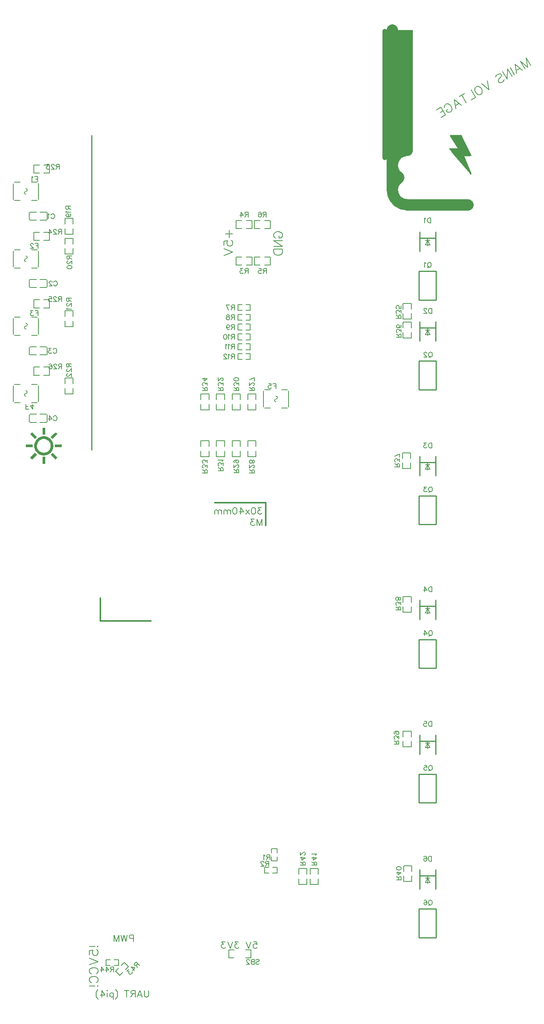
<source format=gbo>
G04 Layer: BottomSilkscreenLayer*
G04 EasyEDA v6.5.9, 2022-07-29 15:52:37*
G04 80419b3afb544e71809359e13b9e66d5,1d0123f043c44c6e98dfa3af7fe3442e,10*
G04 Gerber Generator version 0.2*
G04 Scale: 100 percent, Rotated: No, Reflected: No *
G04 Dimensions in millimeters *
G04 leading zeros omitted , absolute positions ,4 integer and 5 decimal *
%FSLAX45Y45*%
%MOMM*%

%ADD10C,0.2032*%
%ADD11C,0.1524*%
%ADD12C,2.5000*%
%ADD13C,0.3000*%
%ADD14C,1.0000*%
%ADD15C,0.2540*%
%ADD16C,0.1520*%
%ADD17C,0.1270*%
%ADD18C,0.0132*%

%LPD*%
G36*
X870762Y12985699D02*
G01*
X870762Y12831622D01*
X929741Y12831622D01*
X929741Y12985699D01*
G37*
G36*
X1160983Y12887350D02*
G01*
X1158189Y12885470D01*
X1152042Y12880136D01*
X1132027Y12861290D01*
X1105154Y12834874D01*
X1052779Y12782397D01*
X1096975Y12738252D01*
X1205128Y12846253D01*
X1184757Y12866776D01*
X1176578Y12874752D01*
X1169365Y12881305D01*
X1163878Y12885724D01*
G37*
G36*
X639521Y12887350D02*
G01*
X636625Y12885724D01*
X631139Y12881305D01*
X623925Y12874752D01*
X615746Y12866776D01*
X595376Y12846253D01*
X703529Y12738252D01*
X747725Y12782397D01*
X688238Y12841986D01*
X662635Y12866878D01*
X652576Y12876377D01*
X645007Y12883184D01*
X640486Y12886842D01*
G37*
G36*
X895350Y12799060D02*
G01*
X882497Y12798552D01*
X870051Y12797434D01*
X858266Y12795707D01*
X847394Y12793319D01*
X842416Y12791948D01*
X830021Y12787782D01*
X818032Y12783007D01*
X806399Y12777622D01*
X795223Y12771678D01*
X784504Y12765125D01*
X774192Y12758064D01*
X764387Y12750444D01*
X755040Y12742367D01*
X746201Y12733731D01*
X737920Y12724638D01*
X730097Y12715087D01*
X722884Y12705080D01*
X716229Y12694615D01*
X710133Y12683744D01*
X704646Y12672517D01*
X699719Y12660884D01*
X695502Y12648844D01*
X691896Y12636500D01*
X690676Y12631318D01*
X689610Y12625578D01*
X687984Y12613030D01*
X687019Y12599314D01*
X686734Y12586462D01*
X746455Y12586462D01*
X746760Y12591846D01*
X748538Y12604140D01*
X751281Y12617145D01*
X754532Y12629134D01*
X758494Y12641122D01*
X762558Y12651740D01*
X764540Y12656058D01*
X769772Y12665456D01*
X775970Y12674650D01*
X783183Y12683540D01*
X787044Y12687808D01*
X795426Y12696037D01*
X799846Y12700000D01*
X809193Y12707416D01*
X818997Y12714224D01*
X829259Y12720370D01*
X839825Y12725704D01*
X850595Y12730175D01*
X861466Y12733680D01*
X866902Y12735102D01*
X880821Y12737642D01*
X888593Y12738658D01*
X895858Y12739217D01*
X902919Y12739319D01*
X909878Y12738963D01*
X917092Y12738201D01*
X924712Y12736931D01*
X938885Y12733782D01*
X944626Y12732156D01*
X955802Y12728244D01*
X966571Y12723469D01*
X976833Y12717983D01*
X986586Y12711734D01*
X991311Y12708382D01*
X1000252Y12701117D01*
X1004519Y12697307D01*
X1012545Y12689179D01*
X1020013Y12680492D01*
X1026769Y12671298D01*
X1032865Y12661696D01*
X1038250Y12651638D01*
X1042873Y12641224D01*
X1046734Y12630505D01*
X1049731Y12619532D01*
X1051966Y12608255D01*
X1053287Y12596876D01*
X1053693Y12585293D01*
X1053185Y12573660D01*
X1051712Y12561925D01*
X1049070Y12549530D01*
X1047445Y12543485D01*
X1043482Y12531750D01*
X1038656Y12520523D01*
X1033018Y12509754D01*
X1026617Y12499543D01*
X1019505Y12489942D01*
X1011682Y12480950D01*
X1003300Y12472568D01*
X994308Y12464948D01*
X989584Y12461341D01*
X979830Y12454788D01*
X969619Y12448997D01*
X964336Y12446355D01*
X953516Y12441783D01*
X942340Y12438024D01*
X930859Y12435179D01*
X925017Y12434112D01*
X913180Y12432690D01*
X907186Y12432284D01*
X895096Y12432334D01*
X882903Y12433350D01*
X870559Y12435484D01*
X858418Y12438532D01*
X846734Y12442393D01*
X835558Y12447066D01*
X824839Y12452553D01*
X814730Y12458801D01*
X805180Y12465761D01*
X796239Y12473432D01*
X791972Y12477496D01*
X783996Y12486132D01*
X776681Y12495428D01*
X773277Y12500254D01*
X767080Y12510414D01*
X761593Y12521133D01*
X756920Y12532360D01*
X754837Y12538151D01*
X751382Y12550089D01*
X748792Y12562433D01*
X746912Y12575590D01*
X746506Y12581128D01*
X746455Y12586462D01*
X686734Y12586462D01*
X686816Y12577876D01*
X687476Y12563805D01*
X688797Y12550495D01*
X690778Y12538557D01*
X691997Y12533223D01*
X695248Y12521996D01*
X699160Y12510973D01*
X703681Y12500203D01*
X708761Y12489688D01*
X714400Y12479477D01*
X720547Y12469571D01*
X727252Y12459970D01*
X734415Y12450775D01*
X742035Y12441936D01*
X750062Y12433554D01*
X758545Y12425578D01*
X767384Y12418060D01*
X776630Y12410998D01*
X786180Y12404496D01*
X796086Y12398451D01*
X806246Y12393015D01*
X816711Y12388138D01*
X827379Y12383871D01*
X838301Y12380214D01*
X849426Y12377216D01*
X862177Y12374676D01*
X875639Y12372949D01*
X882548Y12372340D01*
X896619Y12371781D01*
X903732Y12371781D01*
X917854Y12372441D01*
X924864Y12373000D01*
X938479Y12374778D01*
X951433Y12377318D01*
X964590Y12380925D01*
X971346Y12383058D01*
X984199Y12387884D01*
X996340Y12393472D01*
X1007973Y12399873D01*
X1019251Y12407290D01*
X1024839Y12411354D01*
X1035913Y12420346D01*
X1047089Y12430607D01*
X1057198Y12440767D01*
X1065479Y12449962D01*
X1073099Y12459360D01*
X1080058Y12468961D01*
X1086358Y12478766D01*
X1091946Y12488773D01*
X1096924Y12499035D01*
X1101293Y12509550D01*
X1104950Y12520320D01*
X1108049Y12531445D01*
X1110488Y12542875D01*
X1112316Y12554661D01*
X1113536Y12566802D01*
X1114196Y12579299D01*
X1114247Y12592050D01*
X1113637Y12604496D01*
X1112367Y12616637D01*
X1110488Y12628524D01*
X1107897Y12640157D01*
X1104646Y12651486D01*
X1100683Y12662560D01*
X1096111Y12673431D01*
X1090828Y12683998D01*
X1087983Y12689230D01*
X1081684Y12699441D01*
X1074724Y12709448D01*
X1067054Y12719253D01*
X1058722Y12728803D01*
X1049731Y12738150D01*
X1040130Y12747142D01*
X1030274Y12755321D01*
X1020114Y12762788D01*
X1009497Y12769545D01*
X998372Y12775742D01*
X986637Y12781330D01*
X974191Y12786410D01*
X960983Y12791033D01*
X956005Y12792557D01*
X945235Y12795046D01*
X933500Y12796926D01*
X921105Y12798247D01*
X908303Y12798958D01*
G37*
G36*
X1146149Y12615214D02*
G01*
X1146149Y12552781D01*
X1298600Y12554559D01*
X1300480Y12615214D01*
G37*
G36*
X500024Y12615214D02*
G01*
X501904Y12554559D01*
X654354Y12552781D01*
X654354Y12615214D01*
G37*
G36*
X1096924Y12431623D02*
G01*
X1094536Y12429896D01*
X1082344Y12418568D01*
X1052830Y12388900D01*
X1125778Y12316155D01*
X1147876Y12295022D01*
X1155395Y12288215D01*
X1159865Y12284557D01*
X1160780Y12284049D01*
X1163675Y12285675D01*
X1169111Y12290044D01*
X1176375Y12296546D01*
X1205230Y12324892D01*
X1124864Y12405106D01*
X1105103Y12424308D01*
X1099312Y12429693D01*
G37*
G36*
X703681Y12431623D02*
G01*
X701294Y12429693D01*
X686816Y12415977D01*
X662838Y12392507D01*
X595376Y12325146D01*
X615746Y12304623D01*
X623925Y12296648D01*
X631139Y12290094D01*
X636625Y12285675D01*
X639521Y12284049D01*
X642315Y12285929D01*
X657301Y12299442D01*
X668477Y12310059D01*
X695299Y12336475D01*
X747674Y12388900D01*
X718159Y12418568D01*
X705967Y12429896D01*
G37*
G36*
X870762Y12339777D02*
G01*
X870762Y12185700D01*
X929741Y12185700D01*
X929741Y12339777D01*
G37*
G36*
X10044988Y19506387D02*
G01*
X10000437Y19506184D01*
X9972192Y19505625D01*
X9962946Y19505168D01*
X9956342Y19504609D01*
X9951821Y19503847D01*
X9949027Y19502932D01*
X9947402Y19501815D01*
X9945573Y19499630D01*
X9944150Y19497090D01*
X9943134Y19494550D01*
X9942779Y19492264D01*
X9945116Y19487489D01*
X9951669Y19476110D01*
X9975342Y19437045D01*
X10009632Y19381927D01*
X10116007Y19213779D01*
X9980168Y19211493D01*
X9959746Y19210832D01*
X9945522Y19209867D01*
X9940391Y19209258D01*
X9936378Y19208445D01*
X9933381Y19207480D01*
X9931196Y19206362D01*
X9929723Y19204990D01*
X9928809Y19203416D01*
X9928352Y19201587D01*
X9928098Y19197066D01*
X9929266Y19194678D01*
X9932670Y19189750D01*
X9945116Y19173342D01*
X9963607Y19150380D01*
X10002062Y19104356D01*
X10377525Y18658382D01*
X10389108Y18645073D01*
X10401706Y18631712D01*
X10407497Y18626683D01*
X10409682Y18625210D01*
X10411510Y18624346D01*
X10412984Y18624092D01*
X10417708Y18625515D01*
X10422636Y18629071D01*
X10426496Y18633541D01*
X10428071Y18637910D01*
X10427055Y18641314D01*
X10419943Y18660008D01*
X10407802Y18689828D01*
X10268000Y19022060D01*
X10263327Y19034201D01*
X10266121Y19034658D01*
X10286187Y19035369D01*
X10320477Y19035776D01*
X10370058Y19035928D01*
X10391190Y19036182D01*
X10405821Y19036690D01*
X10415168Y19037503D01*
X10418267Y19038062D01*
X10420604Y19038773D01*
X10422229Y19039535D01*
X10423448Y19040449D01*
X10425226Y19042583D01*
X10426700Y19044970D01*
X10427716Y19047307D01*
X10428071Y19049288D01*
X10426446Y19053352D01*
X10414457Y19078651D01*
X10364927Y19179336D01*
X10332720Y19244157D01*
X10255148Y19398640D01*
X10228630Y19450812D01*
X10209631Y19487692D01*
X10200487Y19504202D01*
X10198354Y19504558D01*
X10185247Y19505168D01*
X10162133Y19505726D01*
X10131196Y19506133D01*
G37*
D10*
X1914659Y1437624D02*
G01*
X2043968Y1437624D01*
X2090150Y1437624D02*
G01*
X2099386Y1446860D01*
X2108621Y1437624D01*
X2099386Y1428386D01*
X2090150Y1437624D01*
X1914659Y1256591D02*
G01*
X1914659Y1348955D01*
X1997786Y1358191D01*
X1988550Y1348955D01*
X1979312Y1321244D01*
X1979312Y1293535D01*
X1988550Y1265826D01*
X2007021Y1247355D01*
X2034730Y1238117D01*
X2053203Y1238117D01*
X2080912Y1247355D01*
X2099386Y1265826D01*
X2108621Y1293535D01*
X2108621Y1321244D01*
X2099386Y1348955D01*
X2090150Y1358191D01*
X2071677Y1367426D01*
X1914659Y1177157D02*
G01*
X2108621Y1103266D01*
X1914659Y1029375D02*
G01*
X2108621Y1103266D01*
X1960841Y829871D02*
G01*
X1942368Y839106D01*
X1923895Y857580D01*
X1914659Y876053D01*
X1914659Y912997D01*
X1923895Y931471D01*
X1942368Y949944D01*
X1960841Y959180D01*
X1988550Y968415D01*
X2034730Y968415D01*
X2062441Y959180D01*
X2080912Y949944D01*
X2099386Y931471D01*
X2108621Y912997D01*
X2108621Y876053D01*
X2099386Y857580D01*
X2080912Y839106D01*
X2062441Y829871D01*
X1960841Y630364D02*
G01*
X1942368Y639602D01*
X1923895Y658075D01*
X1914659Y676546D01*
X1914659Y713493D01*
X1923895Y731964D01*
X1942368Y750437D01*
X1960841Y759675D01*
X1988550Y768911D01*
X2034730Y768911D01*
X2062441Y759675D01*
X2080912Y750437D01*
X2099386Y731964D01*
X2108621Y713493D01*
X2108621Y676546D01*
X2099386Y658075D01*
X2080912Y639602D01*
X2062441Y630364D01*
X1914659Y560169D02*
G01*
X2043968Y560169D01*
X2090150Y560169D02*
G01*
X2099386Y569404D01*
X2108621Y560169D01*
X2099386Y550933D01*
X2090150Y560169D01*
D11*
X2900146Y1695411D02*
G01*
X2900146Y1549941D01*
X2900146Y1695411D02*
G01*
X2837802Y1695411D01*
X2817020Y1688485D01*
X2810090Y1681558D01*
X2803164Y1667703D01*
X2803164Y1646923D01*
X2810090Y1633067D01*
X2817020Y1626141D01*
X2837802Y1619211D01*
X2900146Y1619211D01*
X2757444Y1695411D02*
G01*
X2722808Y1549941D01*
X2688170Y1695411D02*
G01*
X2722808Y1549941D01*
X2688170Y1695411D02*
G01*
X2653535Y1549941D01*
X2618900Y1695411D02*
G01*
X2653535Y1549941D01*
X2573180Y1695411D02*
G01*
X2573180Y1549941D01*
X2573180Y1695411D02*
G01*
X2517762Y1549941D01*
X2462342Y1695411D02*
G01*
X2517762Y1549941D01*
X2462342Y1695411D02*
G01*
X2462342Y1549941D01*
X3235782Y455993D02*
G01*
X3235782Y352084D01*
X3228855Y331304D01*
X3214999Y317449D01*
X3194217Y310522D01*
X3180364Y310522D01*
X3159582Y317449D01*
X3145726Y331304D01*
X3138799Y352084D01*
X3138799Y455993D01*
X3037662Y455993D02*
G01*
X3093079Y310522D01*
X3037662Y455993D02*
G01*
X2982244Y310522D01*
X3072297Y359013D02*
G01*
X3003026Y359013D01*
X2936524Y455993D02*
G01*
X2936524Y310522D01*
X2936524Y455993D02*
G01*
X2874177Y455993D01*
X2853397Y449066D01*
X2846468Y442140D01*
X2839542Y428284D01*
X2839542Y414431D01*
X2846468Y400575D01*
X2853397Y393649D01*
X2874177Y386722D01*
X2936524Y386722D01*
X2888033Y386722D02*
G01*
X2839542Y310522D01*
X2745331Y455993D02*
G01*
X2745331Y310522D01*
X2793822Y455993D02*
G01*
X2696839Y455993D01*
X2495948Y483704D02*
G01*
X2509804Y469849D01*
X2523657Y449066D01*
X2537513Y421358D01*
X2544439Y386722D01*
X2544439Y359013D01*
X2537513Y324375D01*
X2523657Y296666D01*
X2509804Y275884D01*
X2495948Y262031D01*
X2450228Y407504D02*
G01*
X2450228Y262031D01*
X2450228Y386722D02*
G01*
X2436375Y400575D01*
X2422519Y407504D01*
X2401737Y407504D01*
X2387884Y400575D01*
X2374028Y386722D01*
X2367102Y365940D01*
X2367102Y352084D01*
X2374028Y331304D01*
X2387884Y317449D01*
X2401737Y310522D01*
X2422519Y310522D01*
X2436375Y317449D01*
X2450228Y331304D01*
X2321382Y455993D02*
G01*
X2314455Y449066D01*
X2307526Y455993D01*
X2314455Y462922D01*
X2321382Y455993D01*
X2314455Y407504D02*
G01*
X2314455Y310522D01*
X2192535Y455993D02*
G01*
X2261806Y359013D01*
X2157897Y359013D01*
X2192535Y455993D02*
G01*
X2192535Y310522D01*
X2112177Y483704D02*
G01*
X2098324Y469849D01*
X2084468Y449066D01*
X2070615Y421358D01*
X2063686Y386722D01*
X2063686Y359013D01*
X2070615Y324375D01*
X2084468Y296666D01*
X2098324Y275884D01*
X2112177Y262031D01*
X5572920Y1543011D02*
G01*
X5642190Y1543011D01*
X5649120Y1480667D01*
X5642190Y1487594D01*
X5621411Y1494523D01*
X5600628Y1494523D01*
X5579846Y1487594D01*
X5565990Y1473741D01*
X5559064Y1452958D01*
X5559064Y1439103D01*
X5565990Y1418323D01*
X5579846Y1404467D01*
X5600628Y1397541D01*
X5621411Y1397541D01*
X5642190Y1404467D01*
X5649120Y1411394D01*
X5656046Y1425249D01*
X5513344Y1543011D02*
G01*
X5457926Y1397541D01*
X5402508Y1543011D02*
G01*
X5457926Y1397541D01*
X5236253Y1543011D02*
G01*
X5160053Y1543011D01*
X5201617Y1487594D01*
X5180835Y1487594D01*
X5166982Y1480667D01*
X5160053Y1473741D01*
X5153126Y1452958D01*
X5153126Y1439103D01*
X5160053Y1418323D01*
X5173908Y1404467D01*
X5194691Y1397541D01*
X5215470Y1397541D01*
X5236253Y1404467D01*
X5243182Y1411394D01*
X5250108Y1425249D01*
X5107406Y1543011D02*
G01*
X5051988Y1397541D01*
X4996571Y1543011D02*
G01*
X5051988Y1397541D01*
X4936995Y1543011D02*
G01*
X4860795Y1543011D01*
X4902360Y1487594D01*
X4881577Y1487594D01*
X4867722Y1480667D01*
X4860795Y1473741D01*
X4853868Y1452958D01*
X4853868Y1439103D01*
X4860795Y1418323D01*
X4874651Y1404467D01*
X4895430Y1397541D01*
X4916213Y1397541D01*
X4936995Y1404467D01*
X4943922Y1411394D01*
X4950851Y1425249D01*
D10*
X4943251Y17307389D02*
G01*
X5109504Y17307389D01*
X5026378Y17390516D02*
G01*
X5026378Y17224260D01*
X4915542Y17052465D02*
G01*
X4915542Y17144829D01*
X4998669Y17154065D01*
X4989433Y17144829D01*
X4980195Y17117120D01*
X4980195Y17089412D01*
X4989433Y17061700D01*
X5007904Y17043229D01*
X5035613Y17033991D01*
X5054086Y17033991D01*
X5081795Y17043229D01*
X5100269Y17061700D01*
X5109504Y17089412D01*
X5109504Y17117120D01*
X5100269Y17144829D01*
X5091033Y17154065D01*
X5072560Y17163300D01*
X4915542Y16973031D02*
G01*
X5109504Y16899140D01*
X4915542Y16825252D02*
G01*
X5109504Y16899140D01*
X6066624Y17213872D02*
G01*
X6048151Y17223107D01*
X6029678Y17241580D01*
X6020442Y17260051D01*
X6020442Y17296998D01*
X6029678Y17315472D01*
X6048151Y17333942D01*
X6066624Y17343180D01*
X6094333Y17352416D01*
X6140513Y17352416D01*
X6168224Y17343180D01*
X6186695Y17333942D01*
X6205169Y17315472D01*
X6214404Y17296998D01*
X6214404Y17260051D01*
X6205169Y17241580D01*
X6186695Y17223107D01*
X6168224Y17213872D01*
X6140513Y17213872D01*
X6140513Y17260051D02*
G01*
X6140513Y17213872D01*
X6020442Y17152912D02*
G01*
X6214404Y17152912D01*
X6020442Y17152912D02*
G01*
X6214404Y17023600D01*
X6020442Y17023600D02*
G01*
X6214404Y17023600D01*
X6020442Y16962640D02*
G01*
X6214404Y16962640D01*
X6020442Y16962640D02*
G01*
X6020442Y16897987D01*
X6029678Y16870278D01*
X6048151Y16851805D01*
X6066624Y16842569D01*
X6094333Y16833331D01*
X6140513Y16833331D01*
X6168224Y16842569D01*
X6186695Y16851805D01*
X6205169Y16870278D01*
X6214404Y16897987D01*
X6214404Y16962640D01*
D11*
X5746356Y11209007D02*
G01*
X5670156Y11209007D01*
X5711720Y11153589D01*
X5690938Y11153589D01*
X5677085Y11146662D01*
X5670156Y11139736D01*
X5663229Y11118954D01*
X5663229Y11105098D01*
X5670156Y11084318D01*
X5684011Y11070462D01*
X5704794Y11063536D01*
X5725576Y11063536D01*
X5746356Y11070462D01*
X5753285Y11077389D01*
X5760211Y11091245D01*
X5575947Y11209007D02*
G01*
X5596727Y11202080D01*
X5610583Y11181298D01*
X5617509Y11146662D01*
X5617509Y11125880D01*
X5610583Y11091245D01*
X5596727Y11070462D01*
X5575947Y11063536D01*
X5562091Y11063536D01*
X5541309Y11070462D01*
X5527456Y11091245D01*
X5520527Y11125880D01*
X5520527Y11146662D01*
X5527456Y11181298D01*
X5541309Y11202080D01*
X5562091Y11209007D01*
X5575947Y11209007D01*
X5474807Y11160518D02*
G01*
X5398607Y11063536D01*
X5398607Y11160518D02*
G01*
X5474807Y11063536D01*
X5283616Y11209007D02*
G01*
X5352887Y11112027D01*
X5248978Y11112027D01*
X5283616Y11209007D02*
G01*
X5283616Y11063536D01*
X5161696Y11209007D02*
G01*
X5182476Y11202080D01*
X5196331Y11181298D01*
X5203258Y11146662D01*
X5203258Y11125880D01*
X5196331Y11091245D01*
X5182476Y11070462D01*
X5161696Y11063536D01*
X5147840Y11063536D01*
X5127058Y11070462D01*
X5113205Y11091245D01*
X5106276Y11125880D01*
X5106276Y11146662D01*
X5113205Y11181298D01*
X5127058Y11202080D01*
X5147840Y11209007D01*
X5161696Y11209007D01*
X5060556Y11160518D02*
G01*
X5060556Y11063536D01*
X5060556Y11132807D02*
G01*
X5039776Y11153589D01*
X5025920Y11160518D01*
X5005138Y11160518D01*
X4991285Y11153589D01*
X4984356Y11132807D01*
X4984356Y11063536D01*
X4984356Y11132807D02*
G01*
X4963576Y11153589D01*
X4949720Y11160518D01*
X4928938Y11160518D01*
X4915085Y11153589D01*
X4908156Y11132807D01*
X4908156Y11063536D01*
X4862436Y11160518D02*
G01*
X4862436Y11063536D01*
X4862436Y11132807D02*
G01*
X4841656Y11153589D01*
X4827800Y11160518D01*
X4807018Y11160518D01*
X4793165Y11153589D01*
X4786236Y11132807D01*
X4786236Y11063536D01*
X4786236Y11132807D02*
G01*
X4765456Y11153589D01*
X4751600Y11160518D01*
X4730818Y11160518D01*
X4716965Y11153589D01*
X4710036Y11132807D01*
X4710036Y11063536D01*
X5760211Y10955007D02*
G01*
X5760211Y10809536D01*
X5760211Y10955007D02*
G01*
X5704794Y10809536D01*
X5649376Y10955007D02*
G01*
X5704794Y10809536D01*
X5649376Y10955007D02*
G01*
X5649376Y10809536D01*
X5589800Y10955007D02*
G01*
X5513600Y10955007D01*
X5555165Y10899589D01*
X5534383Y10899589D01*
X5520527Y10892662D01*
X5513600Y10885736D01*
X5506674Y10864954D01*
X5506674Y10851098D01*
X5513600Y10830318D01*
X5527456Y10816462D01*
X5548236Y10809536D01*
X5569018Y10809536D01*
X5589800Y10816462D01*
X5596727Y10823389D01*
X5603656Y10837245D01*
D10*
X11644977Y21221476D02*
G01*
X11741957Y21053498D01*
X11644977Y21221476D02*
G01*
X11677964Y21016554D01*
X11516992Y21147585D02*
G01*
X11677964Y21016554D01*
X11516992Y21147585D02*
G01*
X11613974Y20979607D01*
X11400208Y21080158D02*
G01*
X11561180Y20949127D01*
X11400208Y21080158D02*
G01*
X11433197Y20875236D01*
X11504858Y20991266D02*
G01*
X11424869Y20945083D01*
X11283424Y21012734D02*
G01*
X11380406Y20844756D01*
X11230630Y20982254D02*
G01*
X11327612Y20814276D01*
X11230630Y20982254D02*
G01*
X11215629Y20749623D01*
X11118646Y20917598D02*
G01*
X11215629Y20749623D01*
X10967722Y20798467D02*
G01*
X10974486Y20823702D01*
X10993864Y20845556D01*
X11025858Y20864027D01*
X11054476Y20869884D01*
X11079708Y20863123D01*
X11088944Y20847123D01*
X11090183Y20826509D01*
X11086802Y20813892D01*
X11075423Y20796656D01*
X11036665Y20752950D01*
X11025286Y20735714D01*
X11021905Y20723098D01*
X11023140Y20702480D01*
X11036995Y20678485D01*
X11062230Y20671723D01*
X11090843Y20677578D01*
X11122840Y20696052D01*
X11142220Y20717906D01*
X11148979Y20743138D01*
X10777893Y20720865D02*
G01*
X10810882Y20515943D01*
X10649910Y20646974D02*
G01*
X10810882Y20515943D01*
X10549122Y20588785D02*
G01*
X10569740Y20590022D01*
X10594975Y20583260D01*
X10612208Y20571881D01*
X10634063Y20552501D01*
X10657151Y20512509D01*
X10663008Y20483893D01*
X10664245Y20463278D01*
X10657484Y20438043D01*
X10646105Y20420807D01*
X10614108Y20402336D01*
X10593494Y20401097D01*
X10568259Y20407858D01*
X10551025Y20419237D01*
X10529171Y20438618D01*
X10506080Y20478612D01*
X10500225Y20507225D01*
X10498985Y20527843D01*
X10505747Y20553078D01*
X10517129Y20570311D01*
X10549122Y20588785D01*
X10416341Y20512123D02*
G01*
X10513324Y20344147D01*
X10513324Y20344147D02*
G01*
X10417335Y20288727D01*
X10211569Y20393898D02*
G01*
X10308551Y20225920D01*
X10267561Y20426225D02*
G01*
X10155575Y20361569D01*
X10038791Y20294145D02*
G01*
X10199763Y20163114D01*
X10038791Y20294145D02*
G01*
X10071780Y20089223D01*
X10143441Y20205250D02*
G01*
X10063452Y20159068D01*
X9825116Y20117452D02*
G01*
X9823876Y20138067D01*
X9830638Y20163302D01*
X9842019Y20180538D01*
X9874013Y20199009D01*
X9894630Y20200249D01*
X9919865Y20193487D01*
X9937099Y20182105D01*
X9958953Y20162728D01*
X9982042Y20122733D01*
X9987899Y20094117D01*
X9989136Y20073503D01*
X9982375Y20048268D01*
X9970996Y20031034D01*
X9938999Y20012560D01*
X9918385Y20011323D01*
X9893150Y20018085D01*
X9875916Y20029464D01*
X9862060Y20053462D01*
X9902055Y20076553D02*
G01*
X9862060Y20053462D01*
X9749231Y20126967D02*
G01*
X9846213Y19958989D01*
X9749231Y20126967D02*
G01*
X9645246Y20066929D01*
X9795413Y20046977D02*
G01*
X9731420Y20010033D01*
X9846213Y19958989D02*
G01*
X9742225Y19898954D01*
D11*
X2957202Y1091125D02*
G01*
X3034253Y1014074D01*
X2957202Y1091125D02*
G01*
X2924154Y1058077D01*
X2916791Y1043531D01*
X2916791Y1035987D01*
X2920563Y1025029D01*
X2927926Y1017666D01*
X2938884Y1013894D01*
X2946247Y1014074D01*
X2960794Y1021438D01*
X2993842Y1054486D01*
X2968157Y1028801D02*
G01*
X2982887Y962708D01*
X2844769Y978692D02*
G01*
X2932955Y964143D01*
X2877817Y909005D01*
X2844769Y978692D02*
G01*
X2921820Y901641D01*
X2794840Y928761D02*
G01*
X2754429Y888352D01*
X2805976Y880986D01*
X2794840Y869850D01*
X2791068Y858895D01*
X2791068Y851712D01*
X2798432Y836805D01*
X2805795Y829439D01*
X2820522Y822256D01*
X2835252Y822256D01*
X2849798Y829619D01*
X2860934Y840755D01*
X2868297Y855304D01*
X2868297Y862487D01*
X2864705Y873622D01*
X2455265Y982192D02*
G01*
X2455265Y873226D01*
X2455265Y982192D02*
G01*
X2408529Y982192D01*
X2393035Y977112D01*
X2387701Y971778D01*
X2382621Y961364D01*
X2382621Y950950D01*
X2387701Y940536D01*
X2393035Y935456D01*
X2408529Y930376D01*
X2455265Y930376D01*
X2418943Y930376D02*
G01*
X2382621Y873226D01*
X2296261Y982192D02*
G01*
X2348331Y909548D01*
X2270353Y909548D01*
X2296261Y982192D02*
G01*
X2296261Y873226D01*
X2183993Y982192D02*
G01*
X2236063Y909548D01*
X2158085Y909548D01*
X2183993Y982192D02*
G01*
X2183993Y873226D01*
X6975983Y3249513D02*
G01*
X6867016Y3249513D01*
X6975983Y3249513D02*
G01*
X6975983Y3296249D01*
X6970902Y3311743D01*
X6965568Y3317077D01*
X6955154Y3322157D01*
X6944740Y3322157D01*
X6934327Y3317077D01*
X6929247Y3311743D01*
X6924166Y3296249D01*
X6924166Y3249513D01*
X6924166Y3285835D02*
G01*
X6867016Y3322157D01*
X6975983Y3408517D02*
G01*
X6903338Y3356447D01*
X6903338Y3434425D01*
X6975983Y3408517D02*
G01*
X6867016Y3408517D01*
X6955154Y3468715D02*
G01*
X6960488Y3479129D01*
X6975983Y3494623D01*
X6867016Y3494623D01*
X6721983Y3249513D02*
G01*
X6613016Y3249513D01*
X6721983Y3249513D02*
G01*
X6721983Y3296249D01*
X6716902Y3311743D01*
X6711568Y3317077D01*
X6701154Y3322157D01*
X6690740Y3322157D01*
X6680327Y3317077D01*
X6675247Y3311743D01*
X6670166Y3296249D01*
X6670166Y3249513D01*
X6670166Y3285835D02*
G01*
X6613016Y3322157D01*
X6721983Y3408517D02*
G01*
X6649338Y3356447D01*
X6649338Y3434425D01*
X6721983Y3408517D02*
G01*
X6613016Y3408517D01*
X6696075Y3474049D02*
G01*
X6701154Y3474049D01*
X6711568Y3479129D01*
X6716902Y3484463D01*
X6721983Y3494623D01*
X6721983Y3515451D01*
X6716902Y3525865D01*
X6711568Y3531199D01*
X6701154Y3536279D01*
X6690740Y3536279D01*
X6680327Y3531199D01*
X6664833Y3520785D01*
X6613016Y3468715D01*
X6613016Y3541613D01*
X1062451Y17727985D02*
G01*
X1067648Y17738377D01*
X1078039Y17748768D01*
X1088428Y17753962D01*
X1109210Y17753962D01*
X1119601Y17748768D01*
X1129992Y17738377D01*
X1135189Y17727985D01*
X1140383Y17712397D01*
X1140383Y17686421D01*
X1135189Y17670835D01*
X1129992Y17660444D01*
X1119601Y17650053D01*
X1109210Y17644859D01*
X1088428Y17644859D01*
X1078039Y17650053D01*
X1067648Y17660444D01*
X1062451Y17670835D01*
X1028161Y17733180D02*
G01*
X1017770Y17738377D01*
X1002184Y17753962D01*
X1002184Y17644859D01*
X1121887Y16227988D02*
G01*
X1127084Y16238380D01*
X1137475Y16248771D01*
X1147864Y16253965D01*
X1168646Y16253965D01*
X1179037Y16248771D01*
X1189428Y16238380D01*
X1194625Y16227988D01*
X1199819Y16212400D01*
X1199819Y16186424D01*
X1194625Y16170838D01*
X1189428Y16160447D01*
X1179037Y16150056D01*
X1168646Y16144862D01*
X1147864Y16144862D01*
X1137475Y16150056D01*
X1127084Y16160447D01*
X1121887Y16170838D01*
X1082403Y16227988D02*
G01*
X1082403Y16233183D01*
X1077206Y16243574D01*
X1072012Y16248771D01*
X1061620Y16253965D01*
X1040838Y16253965D01*
X1030447Y16248771D01*
X1025253Y16243574D01*
X1020056Y16233183D01*
X1020056Y16222792D01*
X1025253Y16212400D01*
X1035644Y16196815D01*
X1087597Y16144862D01*
X1014862Y16144862D01*
X1109187Y14727991D02*
G01*
X1114384Y14738383D01*
X1124775Y14748774D01*
X1135164Y14753968D01*
X1155946Y14753968D01*
X1166337Y14748774D01*
X1176728Y14738383D01*
X1181925Y14727991D01*
X1187119Y14712403D01*
X1187119Y14686427D01*
X1181925Y14670841D01*
X1176728Y14660450D01*
X1166337Y14650059D01*
X1155946Y14644865D01*
X1135164Y14644865D01*
X1124775Y14650059D01*
X1114384Y14660450D01*
X1109187Y14670841D01*
X1064506Y14753968D02*
G01*
X1007356Y14753968D01*
X1038529Y14712403D01*
X1022944Y14712403D01*
X1012553Y14707209D01*
X1007356Y14702015D01*
X1002162Y14686427D01*
X1002162Y14676036D01*
X1007356Y14660450D01*
X1017747Y14650059D01*
X1033335Y14644865D01*
X1048920Y14644865D01*
X1064506Y14650059D01*
X1069703Y14655253D01*
X1074897Y14665645D01*
X1114521Y13227994D02*
G01*
X1119718Y13238386D01*
X1130109Y13248777D01*
X1140498Y13253971D01*
X1161280Y13253971D01*
X1171671Y13248777D01*
X1182062Y13238386D01*
X1187259Y13227994D01*
X1192453Y13212406D01*
X1192453Y13186430D01*
X1187259Y13170844D01*
X1182062Y13160453D01*
X1171671Y13150062D01*
X1161280Y13144868D01*
X1140498Y13144868D01*
X1130109Y13150062D01*
X1119718Y13160453D01*
X1114521Y13170844D01*
X1028278Y13253971D02*
G01*
X1080231Y13181236D01*
X1002299Y13181236D01*
X1028278Y13253971D02*
G01*
X1028278Y13144868D01*
X5933897Y3477867D02*
G01*
X5933897Y3368763D01*
X5933897Y3477867D02*
G01*
X5887138Y3477867D01*
X5871552Y3472672D01*
X5866356Y3467475D01*
X5861161Y3457084D01*
X5861161Y3446693D01*
X5866356Y3436302D01*
X5871552Y3431108D01*
X5887138Y3425913D01*
X5933897Y3425913D01*
X5897529Y3425913D02*
G01*
X5861161Y3368763D01*
X5826871Y3457084D02*
G01*
X5816480Y3462281D01*
X5800892Y3477867D01*
X5800892Y3368763D01*
X5910249Y3336363D02*
G01*
X5910249Y3227260D01*
X5910249Y3336363D02*
G01*
X5863490Y3336363D01*
X5847905Y3331169D01*
X5842708Y3325972D01*
X5837514Y3315581D01*
X5837514Y3305190D01*
X5842708Y3294799D01*
X5847905Y3289604D01*
X5863490Y3284410D01*
X5910249Y3284410D01*
X5873882Y3284410D02*
G01*
X5837514Y3227260D01*
X5798027Y3310387D02*
G01*
X5798027Y3315581D01*
X5792833Y3325972D01*
X5787636Y3331169D01*
X5777245Y3336363D01*
X5756465Y3336363D01*
X5746074Y3331169D01*
X5740877Y3325972D01*
X5735683Y3315581D01*
X5735683Y3305190D01*
X5740877Y3294799D01*
X5751268Y3279213D01*
X5803224Y3227260D01*
X5730486Y3227260D01*
X5449290Y16532603D02*
G01*
X5449290Y16423500D01*
X5449290Y16532603D02*
G01*
X5402531Y16532603D01*
X5386946Y16527409D01*
X5381749Y16522212D01*
X5376555Y16511821D01*
X5376555Y16501430D01*
X5381749Y16491038D01*
X5386946Y16485844D01*
X5402531Y16480650D01*
X5449290Y16480650D01*
X5412922Y16480650D02*
G01*
X5376555Y16423500D01*
X5331874Y16532603D02*
G01*
X5274724Y16532603D01*
X5305894Y16491038D01*
X5290309Y16491038D01*
X5279918Y16485844D01*
X5274724Y16480650D01*
X5269527Y16465062D01*
X5269527Y16454671D01*
X5274724Y16439085D01*
X5285115Y16428694D01*
X5300700Y16423500D01*
X5316286Y16423500D01*
X5331874Y16428694D01*
X5337068Y16433888D01*
X5342265Y16444280D01*
X5451856Y17790182D02*
G01*
X5451856Y17681079D01*
X5451856Y17790182D02*
G01*
X5405097Y17790182D01*
X5389511Y17784988D01*
X5384314Y17779791D01*
X5379120Y17769400D01*
X5379120Y17759009D01*
X5384314Y17748618D01*
X5389511Y17743424D01*
X5405097Y17738229D01*
X5451856Y17738229D01*
X5415488Y17738229D02*
G01*
X5379120Y17681079D01*
X5292874Y17790182D02*
G01*
X5344830Y17717447D01*
X5266898Y17717447D01*
X5292874Y17790182D02*
G01*
X5292874Y17681079D01*
X5855690Y16532603D02*
G01*
X5855690Y16423500D01*
X5855690Y16532603D02*
G01*
X5808931Y16532603D01*
X5793346Y16527409D01*
X5788149Y16522212D01*
X5782955Y16511821D01*
X5782955Y16501430D01*
X5788149Y16491038D01*
X5793346Y16485844D01*
X5808931Y16480650D01*
X5855690Y16480650D01*
X5819322Y16480650D02*
G01*
X5782955Y16423500D01*
X5686318Y16532603D02*
G01*
X5738274Y16532603D01*
X5743468Y16485844D01*
X5738274Y16491038D01*
X5722686Y16496235D01*
X5707100Y16496235D01*
X5691515Y16491038D01*
X5681124Y16480650D01*
X5675927Y16465062D01*
X5675927Y16454671D01*
X5681124Y16439085D01*
X5691515Y16428694D01*
X5707100Y16423500D01*
X5722686Y16423500D01*
X5738274Y16428694D01*
X5743468Y16433888D01*
X5748665Y16444280D01*
X5853049Y17790182D02*
G01*
X5853049Y17681079D01*
X5853049Y17790182D02*
G01*
X5806290Y17790182D01*
X5790704Y17784988D01*
X5785507Y17779791D01*
X5780313Y17769400D01*
X5780313Y17759009D01*
X5785507Y17748618D01*
X5790704Y17743424D01*
X5806290Y17738229D01*
X5853049Y17738229D01*
X5816681Y17738229D02*
G01*
X5780313Y17681079D01*
X5683676Y17774597D02*
G01*
X5688873Y17784988D01*
X5704459Y17790182D01*
X5714850Y17790182D01*
X5730435Y17784988D01*
X5740826Y17769400D01*
X5746023Y17743424D01*
X5746023Y17717447D01*
X5740826Y17696665D01*
X5730435Y17686274D01*
X5714850Y17681079D01*
X5709653Y17681079D01*
X5694067Y17686274D01*
X5683676Y17696665D01*
X5678482Y17712250D01*
X5678482Y17717447D01*
X5683676Y17733032D01*
X5694067Y17743424D01*
X5709653Y17748618D01*
X5714850Y17748618D01*
X5730435Y17743424D01*
X5740826Y17733032D01*
X5746023Y17717447D01*
X5144693Y15721225D02*
G01*
X5144693Y15612122D01*
X5144693Y15721225D02*
G01*
X5097934Y15721225D01*
X5082349Y15716031D01*
X5077152Y15710834D01*
X5071958Y15700443D01*
X5071958Y15690052D01*
X5077152Y15679661D01*
X5082349Y15674467D01*
X5097934Y15669272D01*
X5144693Y15669272D01*
X5108326Y15669272D02*
G01*
X5071958Y15612122D01*
X4964930Y15721225D02*
G01*
X5016886Y15612122D01*
X5037668Y15721225D02*
G01*
X4964930Y15721225D01*
X5144693Y15502785D02*
G01*
X5144693Y15393682D01*
X5144693Y15502785D02*
G01*
X5097934Y15502785D01*
X5082349Y15497591D01*
X5077152Y15492394D01*
X5071958Y15482003D01*
X5071958Y15471612D01*
X5077152Y15461221D01*
X5082349Y15456027D01*
X5097934Y15450832D01*
X5144693Y15450832D01*
X5108326Y15450832D02*
G01*
X5071958Y15393682D01*
X5011689Y15502785D02*
G01*
X5027277Y15497591D01*
X5032471Y15487200D01*
X5032471Y15476809D01*
X5027277Y15466418D01*
X5016886Y15461221D01*
X4996103Y15456027D01*
X4980518Y15450832D01*
X4970127Y15440441D01*
X4964930Y15430050D01*
X4964930Y15414462D01*
X4970127Y15404071D01*
X4975321Y15398877D01*
X4990909Y15393682D01*
X5011689Y15393682D01*
X5027277Y15398877D01*
X5032471Y15404071D01*
X5037668Y15414462D01*
X5037668Y15430050D01*
X5032471Y15440441D01*
X5022080Y15450832D01*
X5006494Y15456027D01*
X4985712Y15461221D01*
X4975321Y15466418D01*
X4970127Y15476809D01*
X4970127Y15487200D01*
X4975321Y15497591D01*
X4990909Y15502785D01*
X5011689Y15502785D01*
X5144693Y15284345D02*
G01*
X5144693Y15175242D01*
X5144693Y15284345D02*
G01*
X5097934Y15284345D01*
X5082349Y15279151D01*
X5077152Y15273954D01*
X5071958Y15263563D01*
X5071958Y15253172D01*
X5077152Y15242781D01*
X5082349Y15237587D01*
X5097934Y15232392D01*
X5144693Y15232392D01*
X5108326Y15232392D02*
G01*
X5071958Y15175242D01*
X4970127Y15247978D02*
G01*
X4975321Y15232392D01*
X4985712Y15222001D01*
X5001298Y15216804D01*
X5006494Y15216804D01*
X5022080Y15222001D01*
X5032471Y15232392D01*
X5037668Y15247978D01*
X5037668Y15253172D01*
X5032471Y15268760D01*
X5022080Y15279151D01*
X5006494Y15284345D01*
X5001298Y15284345D01*
X4985712Y15279151D01*
X4975321Y15268760D01*
X4970127Y15247978D01*
X4970127Y15222001D01*
X4975321Y15196022D01*
X4985712Y15180437D01*
X5001298Y15175242D01*
X5011689Y15175242D01*
X5027277Y15180437D01*
X5032471Y15190828D01*
X5144693Y15065905D02*
G01*
X5144693Y14956802D01*
X5144693Y15065905D02*
G01*
X5097934Y15065905D01*
X5082349Y15060711D01*
X5077152Y15055514D01*
X5071958Y15045123D01*
X5071958Y15034732D01*
X5077152Y15024341D01*
X5082349Y15019146D01*
X5097934Y15013952D01*
X5144693Y15013952D01*
X5108326Y15013952D02*
G01*
X5071958Y14956802D01*
X5037668Y15045123D02*
G01*
X5027277Y15050320D01*
X5011689Y15065905D01*
X5011689Y14956802D01*
X4946228Y15065905D02*
G01*
X4961813Y15060711D01*
X4972204Y15045123D01*
X4977399Y15019146D01*
X4977399Y15003561D01*
X4972204Y14977582D01*
X4961813Y14961996D01*
X4946228Y14956802D01*
X4935837Y14956802D01*
X4920249Y14961996D01*
X4909858Y14977582D01*
X4904663Y15003561D01*
X4904663Y15019146D01*
X4909858Y15045123D01*
X4920249Y15060711D01*
X4935837Y15065905D01*
X4946228Y15065905D01*
X5144693Y14847465D02*
G01*
X5144693Y14738362D01*
X5144693Y14847465D02*
G01*
X5097934Y14847465D01*
X5082349Y14842271D01*
X5077152Y14837074D01*
X5071958Y14826683D01*
X5071958Y14816292D01*
X5077152Y14805901D01*
X5082349Y14800706D01*
X5097934Y14795512D01*
X5144693Y14795512D01*
X5108326Y14795512D02*
G01*
X5071958Y14738362D01*
X5037668Y14826683D02*
G01*
X5027277Y14831880D01*
X5011689Y14847465D01*
X5011689Y14738362D01*
X4977399Y14826683D02*
G01*
X4967008Y14831880D01*
X4951422Y14847465D01*
X4951422Y14738362D01*
X5144693Y14629025D02*
G01*
X5144693Y14519922D01*
X5144693Y14629025D02*
G01*
X5097934Y14629025D01*
X5082349Y14623831D01*
X5077152Y14618634D01*
X5071958Y14608243D01*
X5071958Y14597852D01*
X5077152Y14587461D01*
X5082349Y14582267D01*
X5097934Y14577072D01*
X5144693Y14577072D01*
X5108326Y14577072D02*
G01*
X5071958Y14519922D01*
X5037668Y14608243D02*
G01*
X5027277Y14613440D01*
X5011689Y14629025D01*
X5011689Y14519922D01*
X4972204Y14603049D02*
G01*
X4972204Y14608243D01*
X4967008Y14618634D01*
X4961813Y14623831D01*
X4951422Y14629025D01*
X4930640Y14629025D01*
X4920249Y14623831D01*
X4915054Y14618634D01*
X4909858Y14608243D01*
X4909858Y14597852D01*
X4915054Y14587461D01*
X4925446Y14571875D01*
X4977399Y14519922D01*
X4904663Y14519922D01*
X1392430Y17921452D02*
G01*
X1501533Y17921452D01*
X1392430Y17921452D02*
G01*
X1392430Y17874693D01*
X1397624Y17859108D01*
X1402821Y17853911D01*
X1413212Y17848717D01*
X1423603Y17848717D01*
X1433995Y17853911D01*
X1439189Y17859108D01*
X1444383Y17874693D01*
X1444383Y17921452D01*
X1444383Y17885084D02*
G01*
X1501533Y17848717D01*
X1413212Y17814427D02*
G01*
X1408015Y17804036D01*
X1392430Y17788448D01*
X1501533Y17788448D01*
X1428798Y17686616D02*
G01*
X1444383Y17691813D01*
X1454774Y17702204D01*
X1459971Y17717790D01*
X1459971Y17722987D01*
X1454774Y17738572D01*
X1444383Y17748963D01*
X1428798Y17754158D01*
X1423603Y17754158D01*
X1408015Y17748963D01*
X1397624Y17738572D01*
X1392430Y17722987D01*
X1392430Y17717790D01*
X1397624Y17702204D01*
X1408015Y17691813D01*
X1428798Y17686616D01*
X1454774Y17686616D01*
X1480753Y17691813D01*
X1496339Y17702204D01*
X1501533Y17717790D01*
X1501533Y17728181D01*
X1496339Y17743766D01*
X1485948Y17748963D01*
X1416763Y16813021D02*
G01*
X1525866Y16813021D01*
X1416763Y16813021D02*
G01*
X1416763Y16766263D01*
X1421958Y16750677D01*
X1427154Y16745480D01*
X1437546Y16740286D01*
X1447937Y16740286D01*
X1458328Y16745480D01*
X1463522Y16750677D01*
X1468716Y16766263D01*
X1468716Y16813021D01*
X1468716Y16776654D02*
G01*
X1525866Y16740286D01*
X1442740Y16700799D02*
G01*
X1437546Y16700799D01*
X1427154Y16695605D01*
X1421958Y16690408D01*
X1416763Y16680017D01*
X1416763Y16659237D01*
X1421958Y16648846D01*
X1427154Y16643649D01*
X1437546Y16638455D01*
X1447937Y16638455D01*
X1458328Y16643649D01*
X1473913Y16654040D01*
X1525866Y16705996D01*
X1525866Y16633258D01*
X1416763Y16567797D02*
G01*
X1421958Y16583383D01*
X1437546Y16593774D01*
X1463522Y16598968D01*
X1479108Y16598968D01*
X1505087Y16593774D01*
X1520672Y16583383D01*
X1525866Y16567797D01*
X1525866Y16557406D01*
X1520672Y16541818D01*
X1505087Y16531427D01*
X1479108Y16526233D01*
X1463522Y16526233D01*
X1437546Y16531427D01*
X1421958Y16541818D01*
X1416763Y16557406D01*
X1416763Y16567797D01*
X1407264Y15871799D02*
G01*
X1516367Y15871799D01*
X1407264Y15871799D02*
G01*
X1407264Y15825040D01*
X1412458Y15809455D01*
X1417655Y15804258D01*
X1428046Y15799064D01*
X1438437Y15799064D01*
X1448828Y15804258D01*
X1454022Y15809455D01*
X1459217Y15825040D01*
X1459217Y15871799D01*
X1459217Y15835431D02*
G01*
X1516367Y15799064D01*
X1433240Y15759577D02*
G01*
X1428046Y15759577D01*
X1417655Y15754383D01*
X1412458Y15749186D01*
X1407264Y15738795D01*
X1407264Y15718015D01*
X1412458Y15707624D01*
X1417655Y15702427D01*
X1428046Y15697233D01*
X1438437Y15697233D01*
X1448828Y15702427D01*
X1464414Y15712818D01*
X1516367Y15764774D01*
X1516367Y15692036D01*
X1428046Y15657746D02*
G01*
X1422849Y15647355D01*
X1407264Y15631769D01*
X1516367Y15631769D01*
X1407264Y14411299D02*
G01*
X1516367Y14411299D01*
X1407264Y14411299D02*
G01*
X1407264Y14364540D01*
X1412458Y14348955D01*
X1417655Y14343758D01*
X1428046Y14338564D01*
X1438437Y14338564D01*
X1448828Y14343758D01*
X1454022Y14348955D01*
X1459217Y14364540D01*
X1459217Y14411299D01*
X1459217Y14374931D02*
G01*
X1516367Y14338564D01*
X1433240Y14299077D02*
G01*
X1428046Y14299077D01*
X1417655Y14293883D01*
X1412458Y14288686D01*
X1407264Y14278295D01*
X1407264Y14257515D01*
X1412458Y14247124D01*
X1417655Y14241927D01*
X1428046Y14236733D01*
X1438437Y14236733D01*
X1448828Y14241927D01*
X1464414Y14252318D01*
X1516367Y14304274D01*
X1516367Y14231536D01*
X1433240Y14192051D02*
G01*
X1428046Y14192051D01*
X1417655Y14186855D01*
X1412458Y14181660D01*
X1407264Y14171269D01*
X1407264Y14150487D01*
X1412458Y14140096D01*
X1417655Y14134901D01*
X1428046Y14129705D01*
X1438437Y14129705D01*
X1448828Y14134901D01*
X1464414Y14145293D01*
X1516367Y14197246D01*
X1516367Y14124510D01*
X5589165Y13815923D02*
G01*
X5480062Y13815923D01*
X5589165Y13815923D02*
G01*
X5589165Y13862682D01*
X5583971Y13878267D01*
X5578774Y13883464D01*
X5568383Y13888659D01*
X5557992Y13888659D01*
X5547601Y13883464D01*
X5542406Y13878267D01*
X5537212Y13862682D01*
X5537212Y13815923D01*
X5537212Y13852291D02*
G01*
X5480062Y13888659D01*
X5563189Y13928145D02*
G01*
X5568383Y13928145D01*
X5578774Y13933340D01*
X5583971Y13938537D01*
X5589165Y13948928D01*
X5589165Y13969707D01*
X5583971Y13980099D01*
X5578774Y13985295D01*
X5568383Y13990490D01*
X5557992Y13990490D01*
X5547601Y13985295D01*
X5532015Y13974904D01*
X5480062Y13922949D01*
X5480062Y13995687D01*
X5589165Y14102712D02*
G01*
X5480062Y14050759D01*
X5589165Y14029977D02*
G01*
X5589165Y14102712D01*
X5589165Y11983110D02*
G01*
X5480062Y11983110D01*
X5589165Y11983110D02*
G01*
X5589165Y12029869D01*
X5583971Y12045454D01*
X5578774Y12050651D01*
X5568383Y12055845D01*
X5557992Y12055845D01*
X5547601Y12050651D01*
X5542406Y12045454D01*
X5537212Y12029869D01*
X5537212Y11983110D01*
X5537212Y12019478D02*
G01*
X5480062Y12055845D01*
X5563189Y12095332D02*
G01*
X5568383Y12095332D01*
X5578774Y12100526D01*
X5583971Y12105723D01*
X5589165Y12116114D01*
X5589165Y12136894D01*
X5583971Y12147285D01*
X5578774Y12152482D01*
X5568383Y12157676D01*
X5557992Y12157676D01*
X5547601Y12152482D01*
X5532015Y12142091D01*
X5480062Y12090135D01*
X5480062Y12162873D01*
X5589165Y12223140D02*
G01*
X5583971Y12207554D01*
X5573580Y12202358D01*
X5563189Y12202358D01*
X5552798Y12207554D01*
X5547601Y12217946D01*
X5542406Y12238725D01*
X5537212Y12254313D01*
X5526821Y12264704D01*
X5516430Y12269899D01*
X5500842Y12269899D01*
X5490451Y12264704D01*
X5485256Y12259508D01*
X5480062Y12243922D01*
X5480062Y12223140D01*
X5485256Y12207554D01*
X5490451Y12202358D01*
X5500842Y12197163D01*
X5516430Y12197163D01*
X5526821Y12202358D01*
X5537212Y12212749D01*
X5542406Y12228334D01*
X5547601Y12249116D01*
X5552798Y12259508D01*
X5563189Y12264704D01*
X5573580Y12264704D01*
X5583971Y12259508D01*
X5589165Y12243922D01*
X5589165Y12223140D01*
X5241185Y11988190D02*
G01*
X5132082Y11988190D01*
X5241185Y11988190D02*
G01*
X5241185Y12034949D01*
X5235991Y12050534D01*
X5230794Y12055731D01*
X5220403Y12060925D01*
X5210012Y12060925D01*
X5199621Y12055731D01*
X5194427Y12050534D01*
X5189232Y12034949D01*
X5189232Y11988190D01*
X5189232Y12024558D02*
G01*
X5132082Y12060925D01*
X5215209Y12100412D02*
G01*
X5220403Y12100412D01*
X5230794Y12105606D01*
X5235991Y12110803D01*
X5241185Y12121194D01*
X5241185Y12141974D01*
X5235991Y12152365D01*
X5230794Y12157562D01*
X5220403Y12162756D01*
X5210012Y12162756D01*
X5199621Y12157562D01*
X5184035Y12147171D01*
X5132082Y12095215D01*
X5132082Y12167953D01*
X5204818Y12269784D02*
G01*
X5189232Y12264588D01*
X5178841Y12254196D01*
X5173644Y12238611D01*
X5173644Y12233414D01*
X5178841Y12217829D01*
X5189232Y12207438D01*
X5204818Y12202243D01*
X5210012Y12202243D01*
X5225600Y12207438D01*
X5235991Y12217829D01*
X5241185Y12233414D01*
X5241185Y12238611D01*
X5235991Y12254196D01*
X5225600Y12264588D01*
X5204818Y12269784D01*
X5178841Y12269784D01*
X5152862Y12264588D01*
X5137277Y12254196D01*
X5132082Y12238611D01*
X5132082Y12228220D01*
X5137277Y12212634D01*
X5147668Y12207438D01*
X5241185Y13815923D02*
G01*
X5132082Y13815923D01*
X5241185Y13815923D02*
G01*
X5241185Y13862682D01*
X5235991Y13878267D01*
X5230794Y13883464D01*
X5220403Y13888659D01*
X5210012Y13888659D01*
X5199621Y13883464D01*
X5194427Y13878267D01*
X5189232Y13862682D01*
X5189232Y13815923D01*
X5189232Y13852291D02*
G01*
X5132082Y13888659D01*
X5241185Y13933340D02*
G01*
X5241185Y13990490D01*
X5199621Y13959319D01*
X5199621Y13974904D01*
X5194427Y13985295D01*
X5189232Y13990490D01*
X5173644Y13995687D01*
X5163253Y13995687D01*
X5147668Y13990490D01*
X5137277Y13980099D01*
X5132082Y13964513D01*
X5132082Y13948928D01*
X5137277Y13933340D01*
X5142471Y13928145D01*
X5152862Y13922949D01*
X5241185Y14061147D02*
G01*
X5235991Y14045562D01*
X5220403Y14035171D01*
X5194427Y14029977D01*
X5178841Y14029977D01*
X5152862Y14035171D01*
X5137277Y14045562D01*
X5132082Y14061147D01*
X5132082Y14071539D01*
X5137277Y14087127D01*
X5152862Y14097518D01*
X5178841Y14102712D01*
X5194427Y14102712D01*
X5220403Y14097518D01*
X5235991Y14087127D01*
X5241185Y14071539D01*
X5241185Y14061147D01*
X4890665Y12029846D02*
G01*
X4781562Y12029846D01*
X4890665Y12029846D02*
G01*
X4890665Y12076605D01*
X4885471Y12092190D01*
X4880274Y12097387D01*
X4869883Y12102581D01*
X4859492Y12102581D01*
X4849101Y12097387D01*
X4843906Y12092190D01*
X4838712Y12076605D01*
X4838712Y12029846D01*
X4838712Y12066214D02*
G01*
X4781562Y12102581D01*
X4890665Y12147262D02*
G01*
X4890665Y12204412D01*
X4849101Y12173242D01*
X4849101Y12188827D01*
X4843906Y12199218D01*
X4838712Y12204412D01*
X4823124Y12209609D01*
X4812733Y12209609D01*
X4797148Y12204412D01*
X4786756Y12194021D01*
X4781562Y12178436D01*
X4781562Y12162850D01*
X4786756Y12147262D01*
X4791951Y12142068D01*
X4802342Y12136871D01*
X4869883Y12243899D02*
G01*
X4875080Y12254290D01*
X4890665Y12269876D01*
X4781562Y12269876D01*
X4890665Y13815923D02*
G01*
X4781562Y13815923D01*
X4890665Y13815923D02*
G01*
X4890665Y13862682D01*
X4885471Y13878267D01*
X4880274Y13883464D01*
X4869883Y13888659D01*
X4859492Y13888659D01*
X4849101Y13883464D01*
X4843906Y13878267D01*
X4838712Y13862682D01*
X4838712Y13815923D01*
X4838712Y13852291D02*
G01*
X4781562Y13888659D01*
X4890665Y13933340D02*
G01*
X4890665Y13990490D01*
X4849101Y13959319D01*
X4849101Y13974904D01*
X4843906Y13985295D01*
X4838712Y13990490D01*
X4823124Y13995687D01*
X4812733Y13995687D01*
X4797148Y13990490D01*
X4786756Y13980099D01*
X4781562Y13964513D01*
X4781562Y13948928D01*
X4786756Y13933340D01*
X4791951Y13928145D01*
X4802342Y13922949D01*
X4864689Y14035171D02*
G01*
X4869883Y14035171D01*
X4880274Y14040368D01*
X4885471Y14045562D01*
X4890665Y14055953D01*
X4890665Y14076735D01*
X4885471Y14087127D01*
X4880274Y14092321D01*
X4869883Y14097518D01*
X4859492Y14097518D01*
X4849101Y14092321D01*
X4833515Y14081930D01*
X4781562Y14029977D01*
X4781562Y14102712D01*
X4540145Y11983110D02*
G01*
X4431042Y11983110D01*
X4540145Y11983110D02*
G01*
X4540145Y12029869D01*
X4534951Y12045454D01*
X4529754Y12050651D01*
X4519363Y12055845D01*
X4508972Y12055845D01*
X4498581Y12050651D01*
X4493386Y12045454D01*
X4488192Y12029869D01*
X4488192Y11983110D01*
X4488192Y12019478D02*
G01*
X4431042Y12055845D01*
X4540145Y12100526D02*
G01*
X4540145Y12157676D01*
X4498581Y12126506D01*
X4498581Y12142091D01*
X4493386Y12152482D01*
X4488192Y12157676D01*
X4472604Y12162873D01*
X4462213Y12162873D01*
X4446628Y12157676D01*
X4436236Y12147285D01*
X4431042Y12131700D01*
X4431042Y12116114D01*
X4436236Y12100526D01*
X4441431Y12095332D01*
X4451822Y12090135D01*
X4540145Y12207554D02*
G01*
X4540145Y12264704D01*
X4498581Y12233531D01*
X4498581Y12249116D01*
X4493386Y12259508D01*
X4488192Y12264704D01*
X4472604Y12269899D01*
X4462213Y12269899D01*
X4446628Y12264704D01*
X4436236Y12254313D01*
X4431042Y12238725D01*
X4431042Y12223140D01*
X4436236Y12207554D01*
X4441431Y12202358D01*
X4451822Y12197163D01*
X4540145Y13815923D02*
G01*
X4431042Y13815923D01*
X4540145Y13815923D02*
G01*
X4540145Y13862682D01*
X4534951Y13878267D01*
X4529754Y13883464D01*
X4519363Y13888659D01*
X4508972Y13888659D01*
X4498581Y13883464D01*
X4493386Y13878267D01*
X4488192Y13862682D01*
X4488192Y13815923D01*
X4488192Y13852291D02*
G01*
X4431042Y13888659D01*
X4540145Y13933340D02*
G01*
X4540145Y13990490D01*
X4498581Y13959319D01*
X4498581Y13974904D01*
X4493386Y13985295D01*
X4488192Y13990490D01*
X4472604Y13995687D01*
X4462213Y13995687D01*
X4446628Y13990490D01*
X4436236Y13980099D01*
X4431042Y13964513D01*
X4431042Y13948928D01*
X4436236Y13933340D01*
X4441431Y13928145D01*
X4451822Y13922949D01*
X4540145Y14081930D02*
G01*
X4467410Y14029977D01*
X4467410Y14107909D01*
X4540145Y14081930D02*
G01*
X4431042Y14081930D01*
X8853167Y15425242D02*
G01*
X8744064Y15425242D01*
X8853167Y15425242D02*
G01*
X8853167Y15472001D01*
X8847973Y15487586D01*
X8842776Y15492783D01*
X8832385Y15497977D01*
X8821994Y15497977D01*
X8811602Y15492783D01*
X8806408Y15487586D01*
X8801214Y15472001D01*
X8801214Y15425242D01*
X8801214Y15461609D02*
G01*
X8744064Y15497977D01*
X8853167Y15542658D02*
G01*
X8853167Y15599808D01*
X8811602Y15568637D01*
X8811602Y15584223D01*
X8806408Y15594614D01*
X8801214Y15599808D01*
X8785626Y15605005D01*
X8775235Y15605005D01*
X8759649Y15599808D01*
X8749258Y15589417D01*
X8744064Y15573832D01*
X8744064Y15558246D01*
X8749258Y15542658D01*
X8754452Y15537464D01*
X8764844Y15532267D01*
X8853167Y15701639D02*
G01*
X8853167Y15649686D01*
X8806408Y15644489D01*
X8811602Y15649686D01*
X8816799Y15665272D01*
X8816799Y15680857D01*
X8811602Y15696445D01*
X8801214Y15706836D01*
X8785626Y15712031D01*
X8775235Y15712031D01*
X8759649Y15706836D01*
X8749258Y15696445D01*
X8744064Y15680857D01*
X8744064Y15665272D01*
X8749258Y15649686D01*
X8754452Y15644489D01*
X8764844Y15639295D01*
X8860533Y15000808D02*
G01*
X8751430Y15000808D01*
X8860533Y15000808D02*
G01*
X8860533Y15047567D01*
X8855339Y15063152D01*
X8850142Y15068349D01*
X8839751Y15073543D01*
X8829360Y15073543D01*
X8818968Y15068349D01*
X8813774Y15063152D01*
X8808580Y15047567D01*
X8808580Y15000808D01*
X8808580Y15037175D02*
G01*
X8751430Y15073543D01*
X8860533Y15118224D02*
G01*
X8860533Y15175374D01*
X8818968Y15144203D01*
X8818968Y15159789D01*
X8813774Y15170180D01*
X8808580Y15175374D01*
X8792992Y15180571D01*
X8782601Y15180571D01*
X8767015Y15175374D01*
X8756624Y15164983D01*
X8751430Y15149398D01*
X8751430Y15133812D01*
X8756624Y15118224D01*
X8761818Y15113030D01*
X8772210Y15107833D01*
X8844948Y15277205D02*
G01*
X8855339Y15272011D01*
X8860533Y15256423D01*
X8860533Y15246032D01*
X8855339Y15230447D01*
X8839751Y15220055D01*
X8813774Y15214861D01*
X8787798Y15214861D01*
X8767015Y15220055D01*
X8756624Y15230447D01*
X8751430Y15246032D01*
X8751430Y15251229D01*
X8756624Y15266814D01*
X8767015Y15277205D01*
X8782601Y15282402D01*
X8787798Y15282402D01*
X8803383Y15277205D01*
X8813774Y15266814D01*
X8818968Y15251229D01*
X8818968Y15246032D01*
X8813774Y15230447D01*
X8803383Y15220055D01*
X8787798Y15214861D01*
X8822433Y12117908D02*
G01*
X8713330Y12117908D01*
X8822433Y12117908D02*
G01*
X8822433Y12164667D01*
X8817239Y12180252D01*
X8812042Y12185449D01*
X8801651Y12190643D01*
X8791260Y12190643D01*
X8780868Y12185449D01*
X8775674Y12180252D01*
X8770480Y12164667D01*
X8770480Y12117908D01*
X8770480Y12154275D02*
G01*
X8713330Y12190643D01*
X8822433Y12235324D02*
G01*
X8822433Y12292474D01*
X8780868Y12261303D01*
X8780868Y12276889D01*
X8775674Y12287280D01*
X8770480Y12292474D01*
X8754892Y12297671D01*
X8744501Y12297671D01*
X8728915Y12292474D01*
X8718524Y12282083D01*
X8713330Y12266498D01*
X8713330Y12250912D01*
X8718524Y12235324D01*
X8723718Y12230130D01*
X8734110Y12224933D01*
X8822433Y12404697D02*
G01*
X8713330Y12352743D01*
X8822433Y12331961D02*
G01*
X8822433Y12404697D01*
X8847833Y8930208D02*
G01*
X8738730Y8930208D01*
X8847833Y8930208D02*
G01*
X8847833Y8976967D01*
X8842639Y8992552D01*
X8837442Y8997749D01*
X8827051Y9002943D01*
X8816660Y9002943D01*
X8806268Y8997749D01*
X8801074Y8992552D01*
X8795880Y8976967D01*
X8795880Y8930208D01*
X8795880Y8966575D02*
G01*
X8738730Y9002943D01*
X8847833Y9047624D02*
G01*
X8847833Y9104774D01*
X8806268Y9073603D01*
X8806268Y9089189D01*
X8801074Y9099580D01*
X8795880Y9104774D01*
X8780292Y9109971D01*
X8769901Y9109971D01*
X8754315Y9104774D01*
X8743924Y9094383D01*
X8738730Y9078798D01*
X8738730Y9063212D01*
X8743924Y9047624D01*
X8749118Y9042430D01*
X8759510Y9037233D01*
X8847833Y9170238D02*
G01*
X8842639Y9154652D01*
X8832248Y9149455D01*
X8821856Y9149455D01*
X8811465Y9154652D01*
X8806268Y9165043D01*
X8801074Y9185823D01*
X8795880Y9201411D01*
X8785489Y9211802D01*
X8775098Y9216997D01*
X8759510Y9216997D01*
X8749118Y9211802D01*
X8743924Y9206605D01*
X8738730Y9191020D01*
X8738730Y9170238D01*
X8743924Y9154652D01*
X8749118Y9149455D01*
X8759510Y9144261D01*
X8775098Y9144261D01*
X8785489Y9149455D01*
X8795880Y9159847D01*
X8801074Y9175432D01*
X8806268Y9196214D01*
X8811465Y9206605D01*
X8821856Y9211802D01*
X8832248Y9211802D01*
X8842639Y9206605D01*
X8847833Y9191020D01*
X8847833Y9170238D01*
X8809733Y5945708D02*
G01*
X8700630Y5945708D01*
X8809733Y5945708D02*
G01*
X8809733Y5992467D01*
X8804539Y6008052D01*
X8799342Y6013249D01*
X8788951Y6018443D01*
X8778560Y6018443D01*
X8768168Y6013249D01*
X8762974Y6008052D01*
X8757780Y5992467D01*
X8757780Y5945708D01*
X8757780Y5982075D02*
G01*
X8700630Y6018443D01*
X8809733Y6063124D02*
G01*
X8809733Y6120274D01*
X8768168Y6089103D01*
X8768168Y6104689D01*
X8762974Y6115080D01*
X8757780Y6120274D01*
X8742192Y6125471D01*
X8731801Y6125471D01*
X8716215Y6120274D01*
X8705824Y6109883D01*
X8700630Y6094298D01*
X8700630Y6078712D01*
X8705824Y6063124D01*
X8711018Y6057930D01*
X8721410Y6052733D01*
X8773365Y6227302D02*
G01*
X8757780Y6222105D01*
X8747389Y6211714D01*
X8742192Y6196129D01*
X8742192Y6190932D01*
X8747389Y6175347D01*
X8757780Y6164955D01*
X8773365Y6159761D01*
X8778560Y6159761D01*
X8794148Y6164955D01*
X8804539Y6175347D01*
X8809733Y6190932D01*
X8809733Y6196129D01*
X8804539Y6211714D01*
X8794148Y6222105D01*
X8773365Y6227302D01*
X8747389Y6227302D01*
X8721410Y6222105D01*
X8705824Y6211714D01*
X8700630Y6196129D01*
X8700630Y6185738D01*
X8705824Y6170152D01*
X8716215Y6164955D01*
X8860533Y2923108D02*
G01*
X8751430Y2923108D01*
X8860533Y2923108D02*
G01*
X8860533Y2969867D01*
X8855339Y2985452D01*
X8850142Y2990649D01*
X8839751Y2995843D01*
X8829360Y2995843D01*
X8818968Y2990649D01*
X8813774Y2985452D01*
X8808580Y2969867D01*
X8808580Y2923108D01*
X8808580Y2959475D02*
G01*
X8751430Y2995843D01*
X8860533Y3082089D02*
G01*
X8787798Y3030133D01*
X8787798Y3108065D01*
X8860533Y3082089D02*
G01*
X8751430Y3082089D01*
X8860533Y3173529D02*
G01*
X8855339Y3157943D01*
X8839751Y3147552D01*
X8813774Y3142355D01*
X8798189Y3142355D01*
X8772210Y3147552D01*
X8756624Y3157943D01*
X8751430Y3173529D01*
X8751430Y3183920D01*
X8756624Y3199505D01*
X8772210Y3209897D01*
X8798189Y3215093D01*
X8813774Y3215093D01*
X8839751Y3209897D01*
X8855339Y3199505D01*
X8860533Y3183920D01*
X8860533Y3173529D01*
X6070600Y13971016D02*
G01*
X6070600Y13862050D01*
X6070600Y13971016D02*
G01*
X6003036Y13971016D01*
X6070600Y13919200D02*
G01*
X6028943Y13919200D01*
X5906515Y13971016D02*
G01*
X5958331Y13971016D01*
X5963665Y13924279D01*
X5958331Y13929360D01*
X5942838Y13934694D01*
X5927090Y13934694D01*
X5911595Y13929360D01*
X5901181Y13919200D01*
X5896102Y13903452D01*
X5896102Y13893037D01*
X5901181Y13877544D01*
X5911595Y13867129D01*
X5927090Y13862050D01*
X5942838Y13862050D01*
X5958331Y13867129D01*
X5963665Y13872210D01*
X5968745Y13882624D01*
X1243711Y18851572D02*
G01*
X1243711Y18742469D01*
X1243711Y18851572D02*
G01*
X1196952Y18851572D01*
X1181366Y18846378D01*
X1176169Y18841181D01*
X1170975Y18830790D01*
X1170975Y18820399D01*
X1176169Y18810008D01*
X1181366Y18804813D01*
X1196952Y18799619D01*
X1243711Y18799619D01*
X1207343Y18799619D02*
G01*
X1170975Y18742469D01*
X1131488Y18825596D02*
G01*
X1131488Y18830790D01*
X1126294Y18841181D01*
X1121097Y18846378D01*
X1110706Y18851572D01*
X1089926Y18851572D01*
X1079535Y18846378D01*
X1074338Y18841181D01*
X1069144Y18830790D01*
X1069144Y18820399D01*
X1074338Y18810008D01*
X1084729Y18794422D01*
X1136685Y18742469D01*
X1063947Y18742469D01*
X1019266Y18851572D02*
G01*
X962116Y18851572D01*
X993289Y18810008D01*
X977704Y18810008D01*
X967313Y18804813D01*
X962116Y18799619D01*
X956922Y18784031D01*
X956922Y18773640D01*
X962116Y18758054D01*
X972507Y18747663D01*
X988095Y18742469D01*
X1003680Y18742469D01*
X1019266Y18747663D01*
X1024463Y18752858D01*
X1029657Y18763249D01*
X1291844Y17405652D02*
G01*
X1291844Y17296549D01*
X1291844Y17405652D02*
G01*
X1245085Y17405652D01*
X1229499Y17400457D01*
X1224302Y17395261D01*
X1219108Y17384869D01*
X1219108Y17374478D01*
X1224302Y17364087D01*
X1229499Y17358893D01*
X1245085Y17353699D01*
X1291844Y17353699D01*
X1255476Y17353699D02*
G01*
X1219108Y17296549D01*
X1179621Y17379675D02*
G01*
X1179621Y17384869D01*
X1174427Y17395261D01*
X1169230Y17400457D01*
X1158839Y17405652D01*
X1138059Y17405652D01*
X1127668Y17400457D01*
X1122471Y17395261D01*
X1117277Y17384869D01*
X1117277Y17374478D01*
X1122471Y17364087D01*
X1132862Y17348502D01*
X1184818Y17296549D01*
X1112080Y17296549D01*
X1025837Y17405652D02*
G01*
X1077790Y17332916D01*
X999858Y17332916D01*
X1025837Y17405652D02*
G01*
X1025837Y17296549D01*
X1291844Y15905655D02*
G01*
X1291844Y15796552D01*
X1291844Y15905655D02*
G01*
X1245085Y15905655D01*
X1229499Y15900460D01*
X1224302Y15895264D01*
X1219108Y15884872D01*
X1219108Y15874481D01*
X1224302Y15864090D01*
X1229499Y15858896D01*
X1245085Y15853702D01*
X1291844Y15853702D01*
X1255476Y15853702D02*
G01*
X1219108Y15796552D01*
X1179621Y15879678D02*
G01*
X1179621Y15884872D01*
X1174427Y15895264D01*
X1169230Y15900460D01*
X1158839Y15905655D01*
X1138059Y15905655D01*
X1127668Y15900460D01*
X1122471Y15895264D01*
X1117277Y15884872D01*
X1117277Y15874481D01*
X1122471Y15864090D01*
X1132862Y15848505D01*
X1184818Y15796552D01*
X1112080Y15796552D01*
X1015446Y15905655D02*
G01*
X1067399Y15905655D01*
X1072596Y15858896D01*
X1067399Y15864090D01*
X1051813Y15869287D01*
X1036228Y15869287D01*
X1020640Y15864090D01*
X1010249Y15853702D01*
X1005055Y15838114D01*
X1005055Y15827722D01*
X1010249Y15812137D01*
X1020640Y15801746D01*
X1036228Y15796552D01*
X1051813Y15796552D01*
X1067399Y15801746D01*
X1072596Y15806940D01*
X1077790Y15817331D01*
X1297025Y14405658D02*
G01*
X1297025Y14296555D01*
X1297025Y14405658D02*
G01*
X1250266Y14405658D01*
X1234681Y14400463D01*
X1229484Y14395267D01*
X1224290Y14384875D01*
X1224290Y14374484D01*
X1229484Y14364093D01*
X1234681Y14358899D01*
X1250266Y14353705D01*
X1297025Y14353705D01*
X1260657Y14353705D02*
G01*
X1224290Y14296555D01*
X1184803Y14379681D02*
G01*
X1184803Y14384875D01*
X1179609Y14395267D01*
X1174412Y14400463D01*
X1164021Y14405658D01*
X1143241Y14405658D01*
X1132850Y14400463D01*
X1127653Y14395267D01*
X1122459Y14384875D01*
X1122459Y14374484D01*
X1127653Y14364093D01*
X1138044Y14348508D01*
X1190000Y14296555D01*
X1117262Y14296555D01*
X1020627Y14390072D02*
G01*
X1025822Y14400463D01*
X1041410Y14405658D01*
X1051801Y14405658D01*
X1067386Y14400463D01*
X1077777Y14384875D01*
X1082972Y14358899D01*
X1082972Y14332922D01*
X1077777Y14312140D01*
X1067386Y14301749D01*
X1051801Y14296555D01*
X1046604Y14296555D01*
X1031019Y14301749D01*
X1020627Y14312140D01*
X1015431Y14327725D01*
X1015431Y14332922D01*
X1020627Y14348508D01*
X1031019Y14358899D01*
X1046604Y14364093D01*
X1051801Y14364093D01*
X1067386Y14358899D01*
X1077777Y14348508D01*
X1082972Y14332922D01*
X773303Y17092858D02*
G01*
X773303Y16983892D01*
X773303Y17092858D02*
G01*
X705738Y17092858D01*
X773303Y17041042D02*
G01*
X731646Y17041042D01*
X666369Y17066950D02*
G01*
X666369Y17072030D01*
X661035Y17082444D01*
X655954Y17087778D01*
X645540Y17092858D01*
X624712Y17092858D01*
X614298Y17087778D01*
X609219Y17082444D01*
X603885Y17072030D01*
X603885Y17061616D01*
X609219Y17051202D01*
X619632Y17035708D01*
X671448Y16983892D01*
X598804Y16983892D01*
X764667Y18580150D02*
G01*
X764667Y18471184D01*
X764667Y18580150D02*
G01*
X697103Y18580150D01*
X764667Y18528334D02*
G01*
X723011Y18528334D01*
X662812Y18559322D02*
G01*
X652398Y18564656D01*
X636904Y18580150D01*
X636904Y18471184D01*
X773300Y15592864D02*
G01*
X773300Y15483898D01*
X773300Y15592864D02*
G01*
X705736Y15592864D01*
X773300Y15541048D02*
G01*
X731644Y15541048D01*
X661032Y15592864D02*
G01*
X603882Y15592864D01*
X635124Y15551208D01*
X619630Y15551208D01*
X609216Y15546128D01*
X603882Y15541048D01*
X598802Y15525300D01*
X598802Y15514886D01*
X603882Y15499392D01*
X614296Y15488978D01*
X629790Y15483898D01*
X645538Y15483898D01*
X661032Y15488978D01*
X666366Y15494058D01*
X671446Y15504472D01*
X499998Y13406084D02*
G01*
X499998Y13515050D01*
X499998Y13406084D02*
G01*
X567562Y13406084D01*
X499998Y13457900D02*
G01*
X541654Y13457900D01*
X653669Y13406084D02*
G01*
X601853Y13478728D01*
X679830Y13478728D01*
X653669Y13406084D02*
G01*
X653669Y13515050D01*
X5624220Y1136040D02*
G01*
X5634634Y1146454D01*
X5650128Y1151534D01*
X5670956Y1151534D01*
X5686450Y1146454D01*
X5696864Y1136040D01*
X5696864Y1125626D01*
X5691784Y1115212D01*
X5686450Y1109878D01*
X5676036Y1104798D01*
X5644794Y1094384D01*
X5634634Y1089304D01*
X5629300Y1083970D01*
X5624220Y1073556D01*
X5624220Y1058062D01*
X5634634Y1047648D01*
X5650128Y1042568D01*
X5670956Y1042568D01*
X5686450Y1047648D01*
X5696864Y1058062D01*
X5589930Y1151534D02*
G01*
X5589930Y1042568D01*
X5589930Y1151534D02*
G01*
X5543194Y1151534D01*
X5527446Y1146454D01*
X5522366Y1141120D01*
X5517032Y1130706D01*
X5517032Y1120292D01*
X5522366Y1109878D01*
X5527446Y1104798D01*
X5543194Y1099718D01*
X5589930Y1099718D02*
G01*
X5543194Y1099718D01*
X5527446Y1094384D01*
X5522366Y1089304D01*
X5517032Y1078890D01*
X5517032Y1063142D01*
X5522366Y1052728D01*
X5527446Y1047648D01*
X5543194Y1042568D01*
X5589930Y1042568D01*
X5477662Y1125626D02*
G01*
X5477662Y1130706D01*
X5472328Y1141120D01*
X5467248Y1146454D01*
X5456834Y1151534D01*
X5436006Y1151534D01*
X5425592Y1146454D01*
X5420512Y1141120D01*
X5415178Y1130706D01*
X5415178Y1120292D01*
X5420512Y1109878D01*
X5430926Y1094384D01*
X5482742Y1042568D01*
X5410098Y1042568D01*
X9539914Y6448092D02*
G01*
X9539914Y6339126D01*
X9539914Y6448092D02*
G01*
X9503592Y6448092D01*
X9487844Y6443012D01*
X9477684Y6432598D01*
X9472350Y6422184D01*
X9467270Y6406436D01*
X9467270Y6380528D01*
X9472350Y6365034D01*
X9477684Y6354620D01*
X9487844Y6344206D01*
X9503592Y6339126D01*
X9539914Y6339126D01*
X9370496Y6448092D02*
G01*
X9422566Y6448092D01*
X9427646Y6401356D01*
X9422566Y6406436D01*
X9406818Y6411770D01*
X9391324Y6411770D01*
X9375830Y6406436D01*
X9365416Y6396276D01*
X9360082Y6380528D01*
X9360082Y6370114D01*
X9365416Y6354620D01*
X9375830Y6344206D01*
X9391324Y6339126D01*
X9406818Y6339126D01*
X9422566Y6344206D01*
X9427646Y6349286D01*
X9432980Y6359700D01*
X9537247Y3448093D02*
G01*
X9537247Y3339127D01*
X9537247Y3448093D02*
G01*
X9500925Y3448093D01*
X9485177Y3443013D01*
X9475017Y3432599D01*
X9469683Y3422185D01*
X9464603Y3406437D01*
X9464603Y3380529D01*
X9469683Y3365035D01*
X9475017Y3354621D01*
X9485177Y3344207D01*
X9500925Y3339127D01*
X9537247Y3339127D01*
X9367829Y3432599D02*
G01*
X9373163Y3443013D01*
X9388657Y3448093D01*
X9399071Y3448093D01*
X9414565Y3443013D01*
X9424979Y3427265D01*
X9430313Y3401357D01*
X9430313Y3375449D01*
X9424979Y3354621D01*
X9414565Y3344207D01*
X9399071Y3339127D01*
X9393737Y3339127D01*
X9378243Y3344207D01*
X9367829Y3354621D01*
X9362749Y3370115D01*
X9362749Y3375449D01*
X9367829Y3390943D01*
X9378243Y3401357D01*
X9393737Y3406437D01*
X9399071Y3406437D01*
X9414565Y3401357D01*
X9424979Y3390943D01*
X9430313Y3375449D01*
X9521385Y5470558D02*
G01*
X9531799Y5465478D01*
X9542213Y5455064D01*
X9547293Y5444650D01*
X9552627Y5428902D01*
X9552627Y5402994D01*
X9547293Y5387500D01*
X9542213Y5377086D01*
X9531799Y5366672D01*
X9521385Y5361592D01*
X9500557Y5361592D01*
X9490143Y5366672D01*
X9479729Y5377086D01*
X9474649Y5387500D01*
X9469315Y5402994D01*
X9469315Y5428902D01*
X9474649Y5444650D01*
X9479729Y5455064D01*
X9490143Y5465478D01*
X9500557Y5470558D01*
X9521385Y5470558D01*
X9505891Y5382166D02*
G01*
X9474649Y5351178D01*
X9372795Y5470558D02*
G01*
X9424865Y5470558D01*
X9429945Y5423822D01*
X9424865Y5428902D01*
X9409117Y5434236D01*
X9393623Y5434236D01*
X9377875Y5428902D01*
X9367715Y5418742D01*
X9362381Y5402994D01*
X9362381Y5392580D01*
X9367715Y5377086D01*
X9377875Y5366672D01*
X9393623Y5361592D01*
X9409117Y5361592D01*
X9424865Y5366672D01*
X9429945Y5371752D01*
X9435025Y5382166D01*
X9518718Y2470558D02*
G01*
X9529132Y2465478D01*
X9539546Y2455064D01*
X9544626Y2444650D01*
X9549960Y2428902D01*
X9549960Y2402994D01*
X9544626Y2387500D01*
X9539546Y2377086D01*
X9529132Y2366672D01*
X9518718Y2361592D01*
X9497890Y2361592D01*
X9487476Y2366672D01*
X9477062Y2377086D01*
X9471982Y2387500D01*
X9466648Y2402994D01*
X9466648Y2428902D01*
X9471982Y2444650D01*
X9477062Y2455064D01*
X9487476Y2465478D01*
X9497890Y2470558D01*
X9518718Y2470558D01*
X9503224Y2382166D02*
G01*
X9471982Y2351178D01*
X9370128Y2455064D02*
G01*
X9375208Y2465478D01*
X9390956Y2470558D01*
X9401370Y2470558D01*
X9416864Y2465478D01*
X9427278Y2449730D01*
X9432358Y2423822D01*
X9432358Y2397914D01*
X9427278Y2377086D01*
X9416864Y2366672D01*
X9401370Y2361592D01*
X9396036Y2361592D01*
X9380542Y2366672D01*
X9370128Y2377086D01*
X9365048Y2392580D01*
X9365048Y2397914D01*
X9370128Y2413408D01*
X9380542Y2423822D01*
X9396036Y2428902D01*
X9401370Y2428902D01*
X9416864Y2423822D01*
X9427278Y2413408D01*
X9432358Y2397914D01*
X9516549Y17660160D02*
G01*
X9516549Y17551194D01*
X9516549Y17660160D02*
G01*
X9480227Y17660160D01*
X9464479Y17655080D01*
X9454319Y17644666D01*
X9448985Y17634252D01*
X9443905Y17618504D01*
X9443905Y17592596D01*
X9448985Y17577102D01*
X9454319Y17566688D01*
X9464479Y17556274D01*
X9480227Y17551194D01*
X9516549Y17551194D01*
X9409615Y17639332D02*
G01*
X9399201Y17644666D01*
X9383453Y17660160D01*
X9383453Y17551194D01*
X9539914Y15648094D02*
G01*
X9539914Y15539128D01*
X9539914Y15648094D02*
G01*
X9503592Y15648094D01*
X9487844Y15643014D01*
X9477684Y15632600D01*
X9472350Y15622186D01*
X9467270Y15606438D01*
X9467270Y15580530D01*
X9472350Y15565036D01*
X9477684Y15554622D01*
X9487844Y15544208D01*
X9503592Y15539128D01*
X9539914Y15539128D01*
X9427646Y15622186D02*
G01*
X9427646Y15627266D01*
X9422566Y15637680D01*
X9417232Y15643014D01*
X9406818Y15648094D01*
X9386244Y15648094D01*
X9375830Y15643014D01*
X9370496Y15637680D01*
X9365416Y15627266D01*
X9365416Y15616852D01*
X9370496Y15606438D01*
X9380910Y15590944D01*
X9432980Y15539128D01*
X9360082Y15539128D01*
X9539914Y12648092D02*
G01*
X9539914Y12539126D01*
X9539914Y12648092D02*
G01*
X9503592Y12648092D01*
X9487844Y12643012D01*
X9477684Y12632598D01*
X9472350Y12622184D01*
X9467270Y12606436D01*
X9467270Y12580528D01*
X9472350Y12565034D01*
X9477684Y12554620D01*
X9487844Y12544206D01*
X9503592Y12539126D01*
X9539914Y12539126D01*
X9422566Y12648092D02*
G01*
X9365416Y12648092D01*
X9396404Y12606436D01*
X9380910Y12606436D01*
X9370496Y12601356D01*
X9365416Y12596276D01*
X9360082Y12580528D01*
X9360082Y12570114D01*
X9365416Y12554620D01*
X9375830Y12544206D01*
X9391324Y12539126D01*
X9406818Y12539126D01*
X9422566Y12544206D01*
X9427646Y12549286D01*
X9432980Y12559700D01*
X9542454Y9448096D02*
G01*
X9542454Y9339130D01*
X9542454Y9448096D02*
G01*
X9506132Y9448096D01*
X9490384Y9443016D01*
X9480224Y9432602D01*
X9474890Y9422188D01*
X9469810Y9406440D01*
X9469810Y9380532D01*
X9474890Y9365038D01*
X9480224Y9354624D01*
X9490384Y9344210D01*
X9506132Y9339130D01*
X9542454Y9339130D01*
X9383450Y9448096D02*
G01*
X9435520Y9375452D01*
X9357542Y9375452D01*
X9383450Y9448096D02*
G01*
X9383450Y9339130D01*
X9498032Y16670578D02*
G01*
X9508446Y16665498D01*
X9518860Y16655084D01*
X9524194Y16644670D01*
X9529274Y16628922D01*
X9529274Y16603014D01*
X9524194Y16587520D01*
X9518860Y16577106D01*
X9508446Y16566692D01*
X9498032Y16561612D01*
X9477204Y16561612D01*
X9467044Y16566692D01*
X9456630Y16577106D01*
X9451296Y16587520D01*
X9446216Y16603014D01*
X9446216Y16628922D01*
X9451296Y16644670D01*
X9456630Y16655084D01*
X9467044Y16665498D01*
X9477204Y16670578D01*
X9498032Y16670578D01*
X9482538Y16582186D02*
G01*
X9451296Y16551198D01*
X9411926Y16649750D02*
G01*
X9401512Y16655084D01*
X9385764Y16670578D01*
X9385764Y16561612D01*
X9521385Y14670559D02*
G01*
X9531799Y14665479D01*
X9542213Y14655065D01*
X9547547Y14644651D01*
X9552627Y14628903D01*
X9552627Y14602995D01*
X9547547Y14587501D01*
X9542213Y14577087D01*
X9531799Y14566673D01*
X9521385Y14561593D01*
X9500557Y14561593D01*
X9490397Y14566673D01*
X9479983Y14577087D01*
X9474649Y14587501D01*
X9469569Y14602995D01*
X9469569Y14628903D01*
X9474649Y14644651D01*
X9479983Y14655065D01*
X9490397Y14665479D01*
X9500557Y14670559D01*
X9521385Y14670559D01*
X9505891Y14582167D02*
G01*
X9474649Y14551179D01*
X9429945Y14644651D02*
G01*
X9429945Y14649731D01*
X9424865Y14660145D01*
X9419531Y14665479D01*
X9409117Y14670559D01*
X9388543Y14670559D01*
X9378129Y14665479D01*
X9372795Y14660145D01*
X9367715Y14649731D01*
X9367715Y14639317D01*
X9372795Y14628903D01*
X9383209Y14613409D01*
X9435279Y14561593D01*
X9362381Y14561593D01*
X9521385Y11670558D02*
G01*
X9531799Y11665478D01*
X9542213Y11655064D01*
X9547547Y11644650D01*
X9552627Y11628902D01*
X9552627Y11602994D01*
X9547547Y11587500D01*
X9542213Y11577086D01*
X9531799Y11566672D01*
X9521385Y11561592D01*
X9500557Y11561592D01*
X9490397Y11566672D01*
X9479983Y11577086D01*
X9474649Y11587500D01*
X9469569Y11602994D01*
X9469569Y11628902D01*
X9474649Y11644650D01*
X9479983Y11655064D01*
X9490397Y11665478D01*
X9500557Y11670558D01*
X9521385Y11670558D01*
X9505891Y11582166D02*
G01*
X9474649Y11551178D01*
X9424865Y11670558D02*
G01*
X9367715Y11670558D01*
X9398957Y11628902D01*
X9383209Y11628902D01*
X9372795Y11623822D01*
X9367715Y11618742D01*
X9362381Y11602994D01*
X9362381Y11592580D01*
X9367715Y11577086D01*
X9378129Y11566672D01*
X9393623Y11561592D01*
X9409117Y11561592D01*
X9424865Y11566672D01*
X9429945Y11571752D01*
X9435279Y11582166D01*
X9523928Y8470559D02*
G01*
X9534342Y8465479D01*
X9544756Y8455065D01*
X9550090Y8444651D01*
X9555170Y8428903D01*
X9555170Y8402995D01*
X9550090Y8387501D01*
X9544756Y8377087D01*
X9534342Y8366673D01*
X9523928Y8361593D01*
X9503100Y8361593D01*
X9492940Y8366673D01*
X9482526Y8377087D01*
X9477192Y8387501D01*
X9472112Y8402995D01*
X9472112Y8428903D01*
X9477192Y8444651D01*
X9482526Y8455065D01*
X9492940Y8465479D01*
X9503100Y8470559D01*
X9523928Y8470559D01*
X9508434Y8382167D02*
G01*
X9477192Y8351179D01*
X9385752Y8470559D02*
G01*
X9437822Y8397915D01*
X9359844Y8397915D01*
X9385752Y8470559D02*
G01*
X9385752Y8361593D01*
G36*
X8663178Y21844000D02*
G01*
X8677706Y19162471D01*
X9118092Y19162522D01*
X9118092Y21844000D01*
G37*
D12*
X8993200Y17952499D02*
G01*
X10349979Y17952499D01*
D13*
X3288284Y8684260D02*
G01*
X2157984Y8684260D01*
X2157984Y9192260D01*
X4711700Y11315700D02*
G01*
X5842000Y11315700D01*
X5842000Y10807700D01*
D12*
X8663200Y18282498D02*
G01*
X8663200Y21844000D01*
D14*
X8496300Y18999200D02*
G01*
X8496300Y21818600D01*
D15*
X1965599Y19499999D02*
G01*
X1965599Y12500000D01*
D11*
X2658173Y862949D02*
G01*
X2590370Y795146D01*
X2496947Y888570D01*
X2564749Y956373D01*
X2718450Y923226D02*
G01*
X2786252Y991029D01*
X2692829Y1084453D01*
X2625026Y1016650D01*
X2468321Y1145560D02*
G01*
X2564208Y1145560D01*
X2564208Y1013439D01*
X2468321Y1013439D01*
X2383078Y1145560D02*
G01*
X2287191Y1145560D01*
X2287191Y1013439D01*
X2383078Y1013439D01*
X6829790Y3044819D02*
G01*
X6829790Y3173313D01*
X7013209Y3173313D01*
X7013209Y3044819D01*
X6829790Y2949580D02*
G01*
X6829790Y2821086D01*
X7013209Y2821086D01*
X7013209Y2949580D01*
X6575790Y3044819D02*
G01*
X6575790Y3173313D01*
X6759209Y3173313D01*
X6759209Y3044819D01*
X6575790Y2949580D02*
G01*
X6575790Y2821086D01*
X6759209Y2821086D01*
X6759209Y2949580D01*
X956073Y17609629D02*
G01*
X815073Y17609629D01*
X815073Y17790350D02*
G01*
X956073Y17790350D01*
X971313Y17775110D02*
G01*
X971313Y17624869D01*
X593834Y17609629D02*
G01*
X734834Y17609629D01*
X734834Y17790350D02*
G01*
X593834Y17790350D01*
X578594Y17775110D02*
G01*
X578594Y17624869D01*
X956073Y16109759D02*
G01*
X815073Y16109759D01*
X815073Y16290480D02*
G01*
X956073Y16290480D01*
X971313Y16275240D02*
G01*
X971313Y16124999D01*
X593834Y16109759D02*
G01*
X734834Y16109759D01*
X734834Y16290480D02*
G01*
X593834Y16290480D01*
X578594Y16275240D02*
G01*
X578594Y16124999D01*
X956073Y14609635D02*
G01*
X815073Y14609635D01*
X815073Y14790356D02*
G01*
X956073Y14790356D01*
X971313Y14775116D02*
G01*
X971313Y14624875D01*
X593834Y14609635D02*
G01*
X734834Y14609635D01*
X734834Y14790356D02*
G01*
X593834Y14790356D01*
X578594Y14775116D02*
G01*
X578594Y14624875D01*
X956073Y13109511D02*
G01*
X815073Y13109511D01*
X815073Y13290232D02*
G01*
X956073Y13290232D01*
X971313Y13274992D02*
G01*
X971313Y13124751D01*
X593834Y13109511D02*
G01*
X734834Y13109511D01*
X734834Y13290232D02*
G01*
X593834Y13290232D01*
X578594Y13274992D02*
G01*
X578594Y13124751D01*
X6098560Y3437178D02*
G01*
X6098560Y3341291D01*
X5966439Y3341291D01*
X5966439Y3437178D01*
X6098560Y3522421D02*
G01*
X6098560Y3618308D01*
X5966439Y3618308D01*
X5966439Y3522421D01*
X5998921Y3202960D02*
G01*
X6094808Y3202960D01*
X6094808Y3070839D01*
X5998921Y3070839D01*
X5913678Y3202960D02*
G01*
X5817791Y3202960D01*
X5817791Y3070839D01*
X5913678Y3070839D01*
X5407019Y16792209D02*
G01*
X5535513Y16792209D01*
X5535513Y16608790D01*
X5407019Y16608790D01*
X5311780Y16792209D02*
G01*
X5183286Y16792209D01*
X5183286Y16608790D01*
X5311780Y16608790D01*
X5407019Y17605009D02*
G01*
X5535513Y17605009D01*
X5535513Y17421590D01*
X5407019Y17421590D01*
X5311780Y17605009D02*
G01*
X5183286Y17605009D01*
X5183286Y17421590D01*
X5311780Y17421590D01*
X5813419Y16792209D02*
G01*
X5941913Y16792209D01*
X5941913Y16608790D01*
X5813419Y16608790D01*
X5718180Y16792209D02*
G01*
X5589686Y16792209D01*
X5589686Y16608790D01*
X5718180Y16608790D01*
X5813419Y17605009D02*
G01*
X5941913Y17605009D01*
X5941913Y17421590D01*
X5813419Y17421590D01*
X5718180Y17605009D02*
G01*
X5589686Y17605009D01*
X5589686Y17421590D01*
X5718180Y17421590D01*
X5402021Y15732780D02*
G01*
X5497908Y15732780D01*
X5497908Y15600659D01*
X5402021Y15600659D01*
X5316778Y15732780D02*
G01*
X5220891Y15732780D01*
X5220891Y15600659D01*
X5316778Y15600659D01*
X5402021Y15514340D02*
G01*
X5497908Y15514340D01*
X5497908Y15382219D01*
X5402021Y15382219D01*
X5316778Y15514340D02*
G01*
X5220891Y15514340D01*
X5220891Y15382219D01*
X5316778Y15382219D01*
X5402021Y15295900D02*
G01*
X5497908Y15295900D01*
X5497908Y15163779D01*
X5402021Y15163779D01*
X5316778Y15295900D02*
G01*
X5220891Y15295900D01*
X5220891Y15163779D01*
X5316778Y15163779D01*
X5402021Y15077460D02*
G01*
X5497908Y15077460D01*
X5497908Y14945339D01*
X5402021Y14945339D01*
X5316778Y15077460D02*
G01*
X5220891Y15077460D01*
X5220891Y14945339D01*
X5316778Y14945339D01*
X5402021Y14859020D02*
G01*
X5497908Y14859020D01*
X5497908Y14726899D01*
X5402021Y14726899D01*
X5316778Y14859020D02*
G01*
X5220891Y14859020D01*
X5220891Y14726899D01*
X5316778Y14726899D01*
X5402021Y14640580D02*
G01*
X5497908Y14640580D01*
X5497908Y14508459D01*
X5402021Y14508459D01*
X5316778Y14640580D02*
G01*
X5220891Y14640580D01*
X5220891Y14508459D01*
X5316778Y14508459D01*
X1368790Y17522819D02*
G01*
X1368790Y17651313D01*
X1552209Y17651313D01*
X1552209Y17522819D01*
X1368790Y17427580D02*
G01*
X1368790Y17299086D01*
X1552209Y17299086D01*
X1552209Y17427580D01*
X1552209Y16983080D02*
G01*
X1552209Y16854586D01*
X1368790Y16854586D01*
X1368790Y16983080D01*
X1552209Y17078319D02*
G01*
X1552209Y17206813D01*
X1368790Y17206813D01*
X1368790Y17078319D01*
X1552209Y15370180D02*
G01*
X1552209Y15241686D01*
X1368790Y15241686D01*
X1368790Y15370180D01*
X1552209Y15465419D02*
G01*
X1552209Y15593913D01*
X1368790Y15593913D01*
X1368790Y15465419D01*
X1552209Y13871580D02*
G01*
X1552209Y13743086D01*
X1368790Y13743086D01*
X1368790Y13871580D01*
X1552209Y13966819D02*
G01*
X1552209Y14095313D01*
X1368790Y14095313D01*
X1368790Y13966819D01*
X5442950Y13611219D02*
G01*
X5442950Y13739713D01*
X5626369Y13739713D01*
X5626369Y13611219D01*
X5442950Y13515980D02*
G01*
X5442950Y13387486D01*
X5626369Y13387486D01*
X5626369Y13515980D01*
X5442950Y12569819D02*
G01*
X5442950Y12698313D01*
X5626369Y12698313D01*
X5626369Y12569819D01*
X5442950Y12474580D02*
G01*
X5442950Y12346086D01*
X5626369Y12346086D01*
X5626369Y12474580D01*
X5094970Y12569819D02*
G01*
X5094970Y12698313D01*
X5278389Y12698313D01*
X5278389Y12569819D01*
X5094970Y12474580D02*
G01*
X5094970Y12346086D01*
X5278389Y12346086D01*
X5278389Y12474580D01*
X5094970Y13611219D02*
G01*
X5094970Y13739713D01*
X5278389Y13739713D01*
X5278389Y13611219D01*
X5094970Y13515980D02*
G01*
X5094970Y13387486D01*
X5278389Y13387486D01*
X5278389Y13515980D01*
X4744450Y12569819D02*
G01*
X4744450Y12698313D01*
X4927869Y12698313D01*
X4927869Y12569819D01*
X4744450Y12474580D02*
G01*
X4744450Y12346086D01*
X4927869Y12346086D01*
X4927869Y12474580D01*
X4744450Y13611219D02*
G01*
X4744450Y13739713D01*
X4927869Y13739713D01*
X4927869Y13611219D01*
X4744450Y13515980D02*
G01*
X4744450Y13387486D01*
X4927869Y13387486D01*
X4927869Y13515980D01*
X4393930Y12569819D02*
G01*
X4393930Y12698313D01*
X4577349Y12698313D01*
X4577349Y12569819D01*
X4393930Y12474580D02*
G01*
X4393930Y12346086D01*
X4577349Y12346086D01*
X4577349Y12474580D01*
X4393930Y13611219D02*
G01*
X4393930Y13739713D01*
X4577349Y13739713D01*
X4577349Y13611219D01*
X4393930Y13515980D02*
G01*
X4393930Y13387486D01*
X4577349Y13387486D01*
X4577349Y13515980D01*
X9083309Y15535280D02*
G01*
X9083309Y15406786D01*
X8899890Y15406786D01*
X8899890Y15535280D01*
X9083309Y15630519D02*
G01*
X9083309Y15759013D01*
X8899890Y15759013D01*
X8899890Y15630519D01*
X8899890Y15211419D02*
G01*
X8899890Y15339913D01*
X9083309Y15339913D01*
X9083309Y15211419D01*
X8899890Y15116180D02*
G01*
X8899890Y14987686D01*
X9083309Y14987686D01*
X9083309Y15116180D01*
X8887190Y12303119D02*
G01*
X8887190Y12431613D01*
X9070609Y12431613D01*
X9070609Y12303119D01*
X8887190Y12207880D02*
G01*
X8887190Y12079386D01*
X9070609Y12079386D01*
X9070609Y12207880D01*
X8899890Y9102719D02*
G01*
X8899890Y9231213D01*
X9083309Y9231213D01*
X9083309Y9102719D01*
X8899890Y9007480D02*
G01*
X8899890Y8878986D01*
X9083309Y8878986D01*
X9083309Y9007480D01*
X8899890Y6105519D02*
G01*
X8899890Y6234013D01*
X9083309Y6234013D01*
X9083309Y6105519D01*
X8899890Y6010280D02*
G01*
X8899890Y5881786D01*
X9083309Y5881786D01*
X9083309Y6010280D01*
X8912590Y3108319D02*
G01*
X8912590Y3236813D01*
X9096009Y3236813D01*
X9096009Y3108319D01*
X8912590Y3013080D02*
G01*
X8912590Y2884586D01*
X9096009Y2884586D01*
X9096009Y3013080D01*
D16*
X6350000Y13806876D02*
G01*
X6350000Y13451276D01*
X5791200Y13804900D02*
G01*
X5791200Y13449300D01*
D11*
X6197600Y13423900D02*
G01*
X6324600Y13423900D01*
X5943600Y13423900D02*
G01*
X5816600Y13423900D01*
X6324600Y13830300D02*
G01*
X6194094Y13830300D01*
X5816600Y13830300D02*
G01*
X5943600Y13830300D01*
X897503Y18841735D02*
G01*
X1025997Y18841735D01*
X1025997Y18658316D01*
X897503Y18658316D01*
X802264Y18841735D02*
G01*
X673770Y18841735D01*
X673770Y18658316D01*
X802264Y18658316D01*
X897503Y17341611D02*
G01*
X1025997Y17341611D01*
X1025997Y17158192D01*
X897503Y17158192D01*
X802264Y17341611D02*
G01*
X673770Y17341611D01*
X673770Y17158192D01*
X802264Y17158192D01*
X897503Y15841741D02*
G01*
X1025997Y15841741D01*
X1025997Y15658322D01*
X897503Y15658322D01*
X802264Y15841741D02*
G01*
X673770Y15841741D01*
X673770Y15658322D01*
X802264Y15658322D01*
X897503Y14341617D02*
G01*
X1025997Y14341617D01*
X1025997Y14158198D01*
X897503Y14158198D01*
X802264Y14341617D02*
G01*
X673770Y14341617D01*
X673770Y14158198D01*
X802264Y14158198D01*
D16*
X220598Y16570223D02*
G01*
X220598Y16925823D01*
X779398Y16572199D02*
G01*
X779398Y16927799D01*
D11*
X372998Y16953199D02*
G01*
X245998Y16953199D01*
X626998Y16953199D02*
G01*
X753998Y16953199D01*
X245998Y16546799D02*
G01*
X376504Y16546799D01*
X753998Y16546799D02*
G01*
X626998Y16546799D01*
D16*
X220598Y18070225D02*
G01*
X220598Y18425825D01*
X779398Y18072201D02*
G01*
X779398Y18427801D01*
D11*
X372998Y18453201D02*
G01*
X245998Y18453201D01*
X626998Y18453201D02*
G01*
X753998Y18453201D01*
X245998Y18046801D02*
G01*
X376504Y18046801D01*
X753998Y18046801D02*
G01*
X626998Y18046801D01*
D16*
X220601Y15070223D02*
G01*
X220601Y15425823D01*
X779401Y15072199D02*
G01*
X779401Y15427799D01*
D11*
X373001Y15453199D02*
G01*
X246001Y15453199D01*
X627001Y15453199D02*
G01*
X754001Y15453199D01*
X246001Y15046799D02*
G01*
X376506Y15046799D01*
X754001Y15046799D02*
G01*
X627001Y15046799D01*
D16*
X220598Y13570224D02*
G01*
X220598Y13925824D01*
X779398Y13572200D02*
G01*
X779398Y13927800D01*
D11*
X372998Y13953200D02*
G01*
X245998Y13953200D01*
X626998Y13953200D02*
G01*
X753998Y13953200D01*
X245998Y13546800D02*
G01*
X376504Y13546800D01*
X753998Y13546800D02*
G01*
X626998Y13546800D01*
X5130800Y1181100D02*
G01*
X5022850Y1181100D01*
X5022850Y1358900D01*
X5137150Y1358900D01*
X5397500Y1181100D02*
G01*
X5511800Y1181100D01*
X5511800Y1358900D01*
X5397500Y1358900D01*
D17*
X9449998Y5964798D02*
G01*
X9500798Y5863198D01*
X9500798Y5863198D02*
G01*
X9399198Y5863198D01*
X9399198Y5863198D02*
G01*
X9449998Y5964798D01*
X9449998Y5964798D02*
G01*
X9500798Y5964798D01*
X9500798Y5964798D02*
G01*
X9399198Y5964798D01*
X9449998Y5843998D02*
G01*
X9449998Y6015598D01*
D15*
X9627798Y6013218D02*
G01*
X9272198Y6013218D01*
X9627798Y5718098D02*
G01*
X9627798Y6149898D01*
X9272198Y6149898D02*
G01*
X9272198Y5718098D01*
D17*
X9449998Y2964799D02*
G01*
X9500798Y2863199D01*
X9500798Y2863199D02*
G01*
X9399198Y2863199D01*
X9399198Y2863199D02*
G01*
X9449998Y2964799D01*
X9449998Y2964799D02*
G01*
X9500798Y2964799D01*
X9500798Y2964799D02*
G01*
X9399198Y2964799D01*
X9449998Y2843999D02*
G01*
X9449998Y3015599D01*
D15*
X9627798Y3013219D02*
G01*
X9272198Y3013219D01*
X9627798Y2718099D02*
G01*
X9627798Y3149899D01*
X9272198Y3149899D02*
G01*
X9272198Y2718099D01*
X9257497Y4634999D02*
G01*
X9257497Y5274998D01*
X9257497Y4634999D02*
G01*
X9637496Y4634999D01*
X9637496Y5274998D02*
G01*
X9637496Y4634999D01*
X9637496Y5274998D02*
G01*
X9257497Y5274998D01*
X9257497Y1635000D02*
G01*
X9257497Y2274999D01*
X9257497Y1635000D02*
G01*
X9637496Y1635000D01*
X9637496Y2274999D02*
G01*
X9637496Y1635000D01*
X9637496Y2274999D02*
G01*
X9257497Y2274999D01*
D17*
X9449998Y17164799D02*
G01*
X9500798Y17063199D01*
X9500798Y17063199D02*
G01*
X9399198Y17063199D01*
X9399198Y17063199D02*
G01*
X9449998Y17164799D01*
X9449998Y17164799D02*
G01*
X9500798Y17164799D01*
X9500798Y17164799D02*
G01*
X9399198Y17164799D01*
X9449998Y17043999D02*
G01*
X9449998Y17215599D01*
D15*
X9627798Y17213219D02*
G01*
X9272198Y17213219D01*
X9627798Y16918099D02*
G01*
X9627798Y17349899D01*
X9272198Y17349899D02*
G01*
X9272198Y16918099D01*
D17*
X9449998Y15164800D02*
G01*
X9500798Y15063200D01*
X9500798Y15063200D02*
G01*
X9399198Y15063200D01*
X9399198Y15063200D02*
G01*
X9449998Y15164800D01*
X9449998Y15164800D02*
G01*
X9500798Y15164800D01*
X9500798Y15164800D02*
G01*
X9399198Y15164800D01*
X9449998Y15044000D02*
G01*
X9449998Y15215600D01*
D15*
X9627798Y15213220D02*
G01*
X9272198Y15213220D01*
X9627798Y14918100D02*
G01*
X9627798Y15349900D01*
X9272198Y15349900D02*
G01*
X9272198Y14918100D01*
D17*
X9449998Y12164799D02*
G01*
X9500798Y12063199D01*
X9500798Y12063199D02*
G01*
X9399198Y12063199D01*
X9399198Y12063199D02*
G01*
X9449998Y12164799D01*
X9449998Y12164799D02*
G01*
X9500798Y12164799D01*
X9500798Y12164799D02*
G01*
X9399198Y12164799D01*
X9449998Y12043999D02*
G01*
X9449998Y12215599D01*
D15*
X9627798Y12213219D02*
G01*
X9272198Y12213219D01*
X9627798Y11918099D02*
G01*
X9627798Y12349899D01*
X9272198Y12349899D02*
G01*
X9272198Y11918099D01*
D17*
X9449998Y8964800D02*
G01*
X9500798Y8863200D01*
X9500798Y8863200D02*
G01*
X9399198Y8863200D01*
X9399198Y8863200D02*
G01*
X9449998Y8964800D01*
X9449998Y8964800D02*
G01*
X9500798Y8964800D01*
X9500798Y8964800D02*
G01*
X9399198Y8964800D01*
X9449998Y8844000D02*
G01*
X9449998Y9015600D01*
D15*
X9627798Y9013220D02*
G01*
X9272198Y9013220D01*
X9627798Y8718100D02*
G01*
X9627798Y9149900D01*
X9272198Y9149900D02*
G01*
X9272198Y8718100D01*
X9257497Y15835000D02*
G01*
X9257497Y16474998D01*
X9257497Y15835000D02*
G01*
X9637496Y15835000D01*
X9637496Y16474998D02*
G01*
X9637496Y15835000D01*
X9637496Y16474998D02*
G01*
X9257497Y16474998D01*
X9257497Y13835001D02*
G01*
X9257497Y14475000D01*
X9257497Y13835001D02*
G01*
X9637496Y13835001D01*
X9637496Y14475000D02*
G01*
X9637496Y13835001D01*
X9637496Y14475000D02*
G01*
X9257497Y14475000D01*
X9257497Y10834999D02*
G01*
X9257497Y11474998D01*
X9257497Y10834999D02*
G01*
X9637496Y10834999D01*
X9637496Y11474998D02*
G01*
X9637496Y10834999D01*
X9637496Y11474998D02*
G01*
X9257497Y11474998D01*
X9257497Y7635001D02*
G01*
X9257497Y8274999D01*
X9257497Y7635001D02*
G01*
X9637496Y7635001D01*
X9637496Y8274999D02*
G01*
X9637496Y7635001D01*
X9637496Y8274999D02*
G01*
X9257497Y8274999D01*
D12*
G75*
G01*
X8993200Y17952499D02*
G02*
X8803919Y18552820I-4J329999D01*
G75*
G01*
X8803917Y18562165D02*
G02*
X8993198Y19162486I189276J270322D01*
D11*
G75*
G01*
X956074Y17790350D02*
G02*
X971314Y17775111I0J-15239D01*
G75*
G01*
X971314Y17624869D02*
G02*
X956074Y17609630I-15240J0D01*
G75*
G01*
X593834Y17790350D02*
G03*
X578594Y17775111I0J-15239D01*
G75*
G01*
X578594Y17624869D02*
G03*
X593834Y17609630I15240J0D01*
G75*
G01*
X956074Y16290481D02*
G02*
X971314Y16275241I0J-15241D01*
G75*
G01*
X971314Y16125000D02*
G02*
X956074Y16109759I-15240J-1D01*
G75*
G01*
X593834Y16290481D02*
G03*
X578594Y16275241I0J-15241D01*
G75*
G01*
X578594Y16125000D02*
G03*
X593834Y16109759I15240J-1D01*
G75*
G01*
X956074Y14790357D02*
G02*
X971314Y14775117I0J-15240D01*
G75*
G01*
X971314Y14624875D02*
G02*
X956074Y14609635I-15240J1D01*
G75*
G01*
X593834Y14790357D02*
G03*
X578594Y14775117I0J-15240D01*
G75*
G01*
X578594Y14624875D02*
G03*
X593834Y14609635I15240J1D01*
G75*
G01*
X956074Y13290233D02*
G02*
X971314Y13274992I0J-15240D01*
G75*
G01*
X971314Y13124751D02*
G02*
X956074Y13109512I-15240J0D01*
G75*
G01*
X593834Y13290233D02*
G03*
X578594Y13274992I0J-15240D01*
G75*
G01*
X578594Y13124751D02*
G03*
X593834Y13109512I15240J0D01*
D16*
G75*
G01*
X6070600Y13627100D02*
G03*
X6070600Y13563600I0J-31750D01*
G75*
G01*
X6070600Y13627100D02*
G03*
X6070600Y13690600I0J31750D01*
G75*
G01*
X499999Y16750000D02*
G03*
X499999Y16813500I0J31750D01*
G75*
G01*
X499999Y16750000D02*
G03*
X499999Y16686500I0J-31750D01*
G75*
G01*
X499999Y18250002D02*
G03*
X499999Y18313502I0J31750D01*
G75*
G01*
X499999Y18250002D02*
G03*
X499999Y18186502I0J-31750D01*
G75*
G01*
X500002Y15250000D02*
G03*
X500002Y15313500I0J31750D01*
G75*
G01*
X500002Y15250000D02*
G03*
X500002Y15186500I0J-31750D01*
G75*
G01*
X499999Y13750000D02*
G03*
X499999Y13813500I0J31750D01*
G75*
G01*
X499999Y13750000D02*
G03*
X499999Y13686500I0J-31750D01*
M02*

</source>
